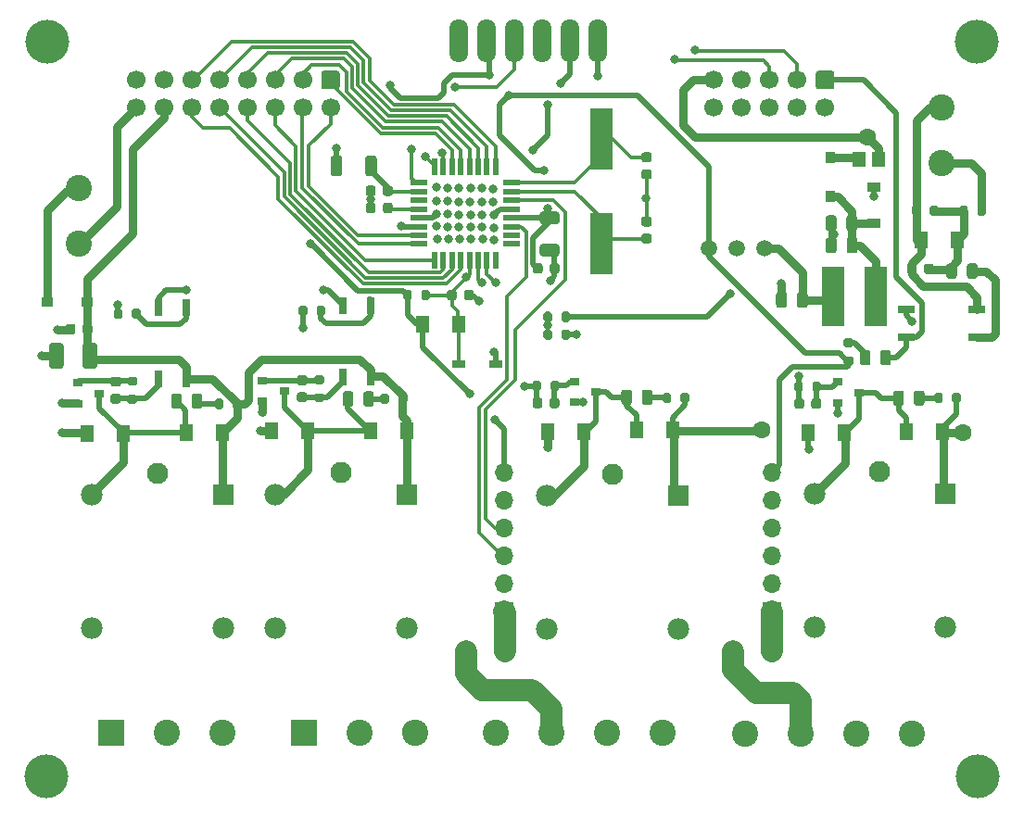
<source format=gbr>
%TF.GenerationSoftware,KiCad,Pcbnew,(5.1.10)-1*%
%TF.CreationDate,2021-12-03T15:52:50+05:30*%
%TF.ProjectId,Relay Board 2.0,52656c61-7920-4426-9f61-726420322e30,rev?*%
%TF.SameCoordinates,Original*%
%TF.FileFunction,Copper,L1,Top*%
%TF.FilePolarity,Positive*%
%FSLAX46Y46*%
G04 Gerber Fmt 4.6, Leading zero omitted, Abs format (unit mm)*
G04 Created by KiCad (PCBNEW (5.1.10)-1) date 2021-12-03 15:52:50*
%MOMM*%
%LPD*%
G01*
G04 APERTURE LIST*
%TA.AperFunction,SMDPad,CuDef*%
%ADD10R,1.200000X0.900000*%
%TD*%
%TA.AperFunction,ComponentPad*%
%ADD11C,4.000000*%
%TD*%
%TA.AperFunction,ComponentPad*%
%ADD12C,1.980000*%
%TD*%
%TA.AperFunction,ComponentPad*%
%ADD13C,1.935000*%
%TD*%
%TA.AperFunction,ComponentPad*%
%ADD14R,1.980000X1.980000*%
%TD*%
%TA.AperFunction,ComponentPad*%
%ADD15C,1.700000*%
%TD*%
%TA.AperFunction,ComponentPad*%
%ADD16O,1.700000X4.000000*%
%TD*%
%TA.AperFunction,ComponentPad*%
%ADD17C,2.400000*%
%TD*%
%TA.AperFunction,ComponentPad*%
%ADD18R,2.400000X2.400000*%
%TD*%
%TA.AperFunction,SMDPad,CuDef*%
%ADD19R,2.100000X5.600000*%
%TD*%
%TA.AperFunction,SMDPad,CuDef*%
%ADD20R,1.550000X0.700000*%
%TD*%
%TA.AperFunction,SMDPad,CuDef*%
%ADD21R,0.700000X1.550000*%
%TD*%
%TA.AperFunction,SMDPad,CuDef*%
%ADD22R,1.150000X1.470000*%
%TD*%
%TA.AperFunction,SMDPad,CuDef*%
%ADD23R,0.900000X0.800000*%
%TD*%
%TA.AperFunction,ComponentPad*%
%ADD24C,1.500000*%
%TD*%
%TA.AperFunction,SMDPad,CuDef*%
%ADD25R,2.150000X5.500000*%
%TD*%
%TA.AperFunction,ComponentPad*%
%ADD26O,1.700000X1.700000*%
%TD*%
%TA.AperFunction,ComponentPad*%
%ADD27R,1.700000X1.700000*%
%TD*%
%TA.AperFunction,SMDPad,CuDef*%
%ADD28R,0.600000X1.500000*%
%TD*%
%TA.AperFunction,SMDPad,CuDef*%
%ADD29R,1.500000X0.600000*%
%TD*%
%TA.AperFunction,SMDPad,CuDef*%
%ADD30R,1.200000X0.750000*%
%TD*%
%TA.AperFunction,SMDPad,CuDef*%
%ADD31R,1.150000X1.650000*%
%TD*%
%TA.AperFunction,SMDPad,CuDef*%
%ADD32R,0.850000X1.050000*%
%TD*%
%TA.AperFunction,SMDPad,CuDef*%
%ADD33R,1.050000X0.850000*%
%TD*%
%TA.AperFunction,ViaPad*%
%ADD34C,0.800000*%
%TD*%
%TA.AperFunction,ViaPad*%
%ADD35C,1.600000*%
%TD*%
%TA.AperFunction,Conductor*%
%ADD36C,0.300000*%
%TD*%
%TA.AperFunction,Conductor*%
%ADD37C,0.500000*%
%TD*%
%TA.AperFunction,Conductor*%
%ADD38C,0.800000*%
%TD*%
%TA.AperFunction,Conductor*%
%ADD39C,2.000000*%
%TD*%
%TA.AperFunction,Conductor*%
%ADD40C,0.250000*%
%TD*%
G04 APERTURE END LIST*
D10*
%TO.P,D22,2*%
%TO.N,GND*%
X178041300Y-62662800D03*
%TO.P,D22,1*%
%TO.N,Net-(C7-Pad1)*%
X178041300Y-65962800D03*
%TD*%
%TO.P,C17,2*%
%TO.N,GND1*%
%TA.AperFunction,SMDPad,CuDef*%
G36*
G01*
X104013500Y-77179998D02*
X104013500Y-79030002D01*
G75*
G02*
X103763502Y-79280000I-249998J0D01*
G01*
X102938498Y-79280000D01*
G75*
G02*
X102688500Y-79030002I0J249998D01*
G01*
X102688500Y-77179998D01*
G75*
G02*
X102938498Y-76930000I249998J0D01*
G01*
X103763502Y-76930000D01*
G75*
G02*
X104013500Y-77179998I0J-249998D01*
G01*
G37*
%TD.AperFunction*%
%TO.P,C17,1*%
%TO.N,/External_12V*%
%TA.AperFunction,SMDPad,CuDef*%
G36*
G01*
X107088500Y-77179998D02*
X107088500Y-79030002D01*
G75*
G02*
X106838502Y-79280000I-249998J0D01*
G01*
X106013498Y-79280000D01*
G75*
G02*
X105763500Y-79030002I0J249998D01*
G01*
X105763500Y-77179998D01*
G75*
G02*
X106013498Y-76930000I249998J0D01*
G01*
X106838502Y-76930000D01*
G75*
G02*
X107088500Y-77179998I0J-249998D01*
G01*
G37*
%TD.AperFunction*%
%TD*%
%TO.P,D8,2*%
%TO.N,Net-(D8-Pad2)*%
%TA.AperFunction,SMDPad,CuDef*%
G36*
G01*
X131399700Y-82510950D02*
X131399700Y-81598450D01*
G75*
G02*
X131643450Y-81354700I243750J0D01*
G01*
X132130950Y-81354700D01*
G75*
G02*
X132374700Y-81598450I0J-243750D01*
G01*
X132374700Y-82510950D01*
G75*
G02*
X132130950Y-82754700I-243750J0D01*
G01*
X131643450Y-82754700D01*
G75*
G02*
X131399700Y-82510950I0J243750D01*
G01*
G37*
%TD.AperFunction*%
%TO.P,D8,1*%
%TO.N,Net-(D11-Pad2)*%
%TA.AperFunction,SMDPad,CuDef*%
G36*
G01*
X129524700Y-82510950D02*
X129524700Y-81598450D01*
G75*
G02*
X129768450Y-81354700I243750J0D01*
G01*
X130255950Y-81354700D01*
G75*
G02*
X130499700Y-81598450I0J-243750D01*
G01*
X130499700Y-82510950D01*
G75*
G02*
X130255950Y-82754700I-243750J0D01*
G01*
X129768450Y-82754700D01*
G75*
G02*
X129524700Y-82510950I0J243750D01*
G01*
G37*
%TD.AperFunction*%
%TD*%
%TO.P,R13,2*%
%TO.N,+3V3*%
%TA.AperFunction,SMDPad,CuDef*%
G36*
G01*
X175480300Y-78174400D02*
X176030300Y-78174400D01*
G75*
G02*
X176230300Y-78374400I0J-200000D01*
G01*
X176230300Y-78774400D01*
G75*
G02*
X176030300Y-78974400I-200000J0D01*
G01*
X175480300Y-78974400D01*
G75*
G02*
X175280300Y-78774400I0J200000D01*
G01*
X175280300Y-78374400D01*
G75*
G02*
X175480300Y-78174400I200000J0D01*
G01*
G37*
%TD.AperFunction*%
%TO.P,R13,1*%
%TO.N,Net-(D15-Pad2)*%
%TA.AperFunction,SMDPad,CuDef*%
G36*
G01*
X175480300Y-76524400D02*
X176030300Y-76524400D01*
G75*
G02*
X176230300Y-76724400I0J-200000D01*
G01*
X176230300Y-77124400D01*
G75*
G02*
X176030300Y-77324400I-200000J0D01*
G01*
X175480300Y-77324400D01*
G75*
G02*
X175280300Y-77124400I0J200000D01*
G01*
X175280300Y-76724400D01*
G75*
G02*
X175480300Y-76524400I200000J0D01*
G01*
G37*
%TD.AperFunction*%
%TD*%
D11*
%TO.P,H4,1*%
%TO.N,N/C*%
X102440000Y-116570000D03*
%TD*%
%TO.P,H3,1*%
%TO.N,N/C*%
X187520000Y-116530000D03*
%TD*%
%TO.P,H2,1*%
%TO.N,N/C*%
X187460000Y-49430000D03*
%TD*%
%TO.P,H1,1*%
%TO.N,N/C*%
X102490000Y-49420000D03*
%TD*%
%TO.P,C12,2*%
%TO.N,GND*%
%TA.AperFunction,SMDPad,CuDef*%
G36*
G01*
X170120000Y-72535000D02*
X170120000Y-73485000D01*
G75*
G02*
X169870000Y-73735000I-250000J0D01*
G01*
X169370000Y-73735000D01*
G75*
G02*
X169120000Y-73485000I0J250000D01*
G01*
X169120000Y-72535000D01*
G75*
G02*
X169370000Y-72285000I250000J0D01*
G01*
X169870000Y-72285000D01*
G75*
G02*
X170120000Y-72535000I0J-250000D01*
G01*
G37*
%TD.AperFunction*%
%TO.P,C12,1*%
%TO.N,Net-(C12-Pad1)*%
%TA.AperFunction,SMDPad,CuDef*%
G36*
G01*
X172020000Y-72535000D02*
X172020000Y-73485000D01*
G75*
G02*
X171770000Y-73735000I-250000J0D01*
G01*
X171270000Y-73735000D01*
G75*
G02*
X171020000Y-73485000I0J250000D01*
G01*
X171020000Y-72535000D01*
G75*
G02*
X171270000Y-72285000I250000J0D01*
G01*
X171770000Y-72285000D01*
G75*
G02*
X172020000Y-72535000I0J-250000D01*
G01*
G37*
%TD.AperFunction*%
%TD*%
%TO.P,C8,2*%
%TO.N,GND*%
%TA.AperFunction,SMDPad,CuDef*%
G36*
G01*
X174644900Y-65514200D02*
X174644900Y-66464200D01*
G75*
G02*
X174394900Y-66714200I-250000J0D01*
G01*
X173894900Y-66714200D01*
G75*
G02*
X173644900Y-66464200I0J250000D01*
G01*
X173644900Y-65514200D01*
G75*
G02*
X173894900Y-65264200I250000J0D01*
G01*
X174394900Y-65264200D01*
G75*
G02*
X174644900Y-65514200I0J-250000D01*
G01*
G37*
%TD.AperFunction*%
%TO.P,C8,1*%
%TO.N,Net-(C7-Pad1)*%
%TA.AperFunction,SMDPad,CuDef*%
G36*
G01*
X176544900Y-65514200D02*
X176544900Y-66464200D01*
G75*
G02*
X176294900Y-66714200I-250000J0D01*
G01*
X175794900Y-66714200D01*
G75*
G02*
X175544900Y-66464200I0J250000D01*
G01*
X175544900Y-65514200D01*
G75*
G02*
X175794900Y-65264200I250000J0D01*
G01*
X176294900Y-65264200D01*
G75*
G02*
X176544900Y-65514200I0J-250000D01*
G01*
G37*
%TD.AperFunction*%
%TD*%
%TO.P,C7,2*%
%TO.N,GND*%
%TA.AperFunction,SMDPad,CuDef*%
G36*
G01*
X174657600Y-67546200D02*
X174657600Y-68496200D01*
G75*
G02*
X174407600Y-68746200I-250000J0D01*
G01*
X173907600Y-68746200D01*
G75*
G02*
X173657600Y-68496200I0J250000D01*
G01*
X173657600Y-67546200D01*
G75*
G02*
X173907600Y-67296200I250000J0D01*
G01*
X174407600Y-67296200D01*
G75*
G02*
X174657600Y-67546200I0J-250000D01*
G01*
G37*
%TD.AperFunction*%
%TO.P,C7,1*%
%TO.N,Net-(C7-Pad1)*%
%TA.AperFunction,SMDPad,CuDef*%
G36*
G01*
X176557600Y-67546200D02*
X176557600Y-68496200D01*
G75*
G02*
X176307600Y-68746200I-250000J0D01*
G01*
X175807600Y-68746200D01*
G75*
G02*
X175557600Y-68496200I0J250000D01*
G01*
X175557600Y-67546200D01*
G75*
G02*
X175807600Y-67296200I250000J0D01*
G01*
X176307600Y-67296200D01*
G75*
G02*
X176557600Y-67546200I0J-250000D01*
G01*
G37*
%TD.AperFunction*%
%TD*%
D12*
%TO.P,K3,NC*%
%TO.N,Net-(J4-Pad3)*%
X135360000Y-103000000D03*
%TO.P,K3,NO*%
%TO.N,Net-(J4-Pad1)*%
X123360000Y-103000000D03*
%TO.P,K3,A2*%
%TO.N,Net-(D11-Pad2)*%
X123360000Y-90800000D03*
D13*
%TO.P,K3,COM*%
%TO.N,Net-(J4-Pad2)*%
X129360000Y-88800000D03*
D14*
%TO.P,K3,A1*%
%TO.N,/External_12V*%
X135360000Y-90800000D03*
%TD*%
D15*
%TO.P,J11,10*%
%TO.N,GND*%
X163440000Y-55440000D03*
%TO.P,J11,8*%
%TO.N,/RELAY4*%
X165980000Y-55440000D03*
%TO.P,J11,6*%
%TO.N,/RELAY3*%
X168520000Y-55440000D03*
%TO.P,J11,4*%
%TO.N,/RELAY2*%
X171060000Y-55440000D03*
%TO.P,J11,2*%
%TO.N,/RELAY1*%
X173600000Y-55440000D03*
%TO.P,J11,9*%
%TO.N,/12V*%
X163440000Y-52900000D03*
%TO.P,J11,7*%
%TO.N,GND*%
X165980000Y-52900000D03*
%TO.P,J11,5*%
%TO.N,/TXD*%
X168520000Y-52900000D03*
%TO.P,J11,3*%
%TO.N,/RXD*%
X171060000Y-52900000D03*
%TO.P,J11,1*%
%TO.N,/IN1*%
%TA.AperFunction,ComponentPad*%
G36*
G01*
X173000000Y-52050000D02*
X174200000Y-52050000D01*
G75*
G02*
X174450000Y-52300000I0J-250000D01*
G01*
X174450000Y-53500000D01*
G75*
G02*
X174200000Y-53750000I-250000J0D01*
G01*
X173000000Y-53750000D01*
G75*
G02*
X172750000Y-53500000I0J250000D01*
G01*
X172750000Y-52300000D01*
G75*
G02*
X173000000Y-52050000I250000J0D01*
G01*
G37*
%TD.AperFunction*%
%TD*%
%TO.P,C14,2*%
%TO.N,GND*%
%TA.AperFunction,SMDPad,CuDef*%
G36*
G01*
X140595000Y-72810000D02*
X140595000Y-72310000D01*
G75*
G02*
X140820000Y-72085000I225000J0D01*
G01*
X141270000Y-72085000D01*
G75*
G02*
X141495000Y-72310000I0J-225000D01*
G01*
X141495000Y-72810000D01*
G75*
G02*
X141270000Y-73035000I-225000J0D01*
G01*
X140820000Y-73035000D01*
G75*
G02*
X140595000Y-72810000I0J225000D01*
G01*
G37*
%TD.AperFunction*%
%TO.P,C14,1*%
%TO.N,/RSB*%
%TA.AperFunction,SMDPad,CuDef*%
G36*
G01*
X139045000Y-72810000D02*
X139045000Y-72310000D01*
G75*
G02*
X139270000Y-72085000I225000J0D01*
G01*
X139720000Y-72085000D01*
G75*
G02*
X139945000Y-72310000I0J-225000D01*
G01*
X139945000Y-72810000D01*
G75*
G02*
X139720000Y-73035000I-225000J0D01*
G01*
X139270000Y-73035000D01*
G75*
G02*
X139045000Y-72810000I0J225000D01*
G01*
G37*
%TD.AperFunction*%
%TD*%
D16*
%TO.P,J10,6*%
%TO.N,GND*%
X152789600Y-49330000D03*
%TO.P,J10,5*%
%TO.N,/RSB*%
X150249600Y-49330000D03*
%TO.P,J10,4*%
%TO.N,/MOSI*%
X147709600Y-49330000D03*
%TO.P,J10,3*%
%TO.N,/SCK*%
X145169600Y-49330000D03*
%TO.P,J10,2*%
%TO.N,+3V3*%
X142629600Y-49330000D03*
%TO.P,J10,1*%
%TO.N,/MISO*%
X140089600Y-49330000D03*
%TD*%
D17*
%TO.P,J5,3*%
%TO.N,Net-(J5-Pad3)*%
X118560000Y-112600000D03*
%TO.P,J5,2*%
%TO.N,Net-(J5-Pad2)*%
X113480000Y-112600000D03*
D18*
%TO.P,J5,1*%
%TO.N,Net-(J5-Pad1)*%
X108400000Y-112600000D03*
%TD*%
D17*
%TO.P,J4,3*%
%TO.N,Net-(J4-Pad3)*%
X136110000Y-112600000D03*
%TO.P,J4,2*%
%TO.N,Net-(J4-Pad2)*%
X131030000Y-112600000D03*
D18*
%TO.P,J4,1*%
%TO.N,Net-(J4-Pad1)*%
X125950000Y-112600000D03*
%TD*%
D19*
%TO.P,Y1,2*%
%TO.N,Net-(C10-Pad1)*%
X153170000Y-58330000D03*
%TO.P,Y1,1*%
%TO.N,Net-(C9-Pad1)*%
X153170000Y-67830000D03*
%TD*%
D20*
%TO.P,U3,4*%
%TO.N,/IN1*%
X180990000Y-76430000D03*
%TO.P,U3,3*%
%TO.N,GND*%
X180990000Y-73890000D03*
%TO.P,U3,2*%
%TO.N,Net-(C5-Pad2)*%
X187490000Y-73890000D03*
%TO.P,U3,1*%
%TO.N,Net-(D10-Pad1)*%
X187490000Y-76430000D03*
%TD*%
D21*
%TO.P,U2,4*%
%TO.N,/External_12V*%
X115190000Y-80200000D03*
%TO.P,U2,3*%
%TO.N,Net-(C4-Pad2)*%
X112650000Y-80200000D03*
%TO.P,U2,2*%
%TO.N,GND*%
X112650000Y-73700000D03*
%TO.P,U2,1*%
%TO.N,Net-(R2-Pad2)*%
X115190000Y-73700000D03*
%TD*%
%TO.P,U1,4*%
%TO.N,/External_12V*%
X132090000Y-80021500D03*
%TO.P,U1,3*%
%TO.N,Net-(C3-Pad2)*%
X129550000Y-80021500D03*
%TO.P,U1,2*%
%TO.N,GND*%
X129550000Y-73521500D03*
%TO.P,U1,1*%
%TO.N,Net-(R1-Pad2)*%
X132090000Y-73521500D03*
%TD*%
D22*
%TO.P,RT1,2*%
%TO.N,/12V*%
X178490000Y-60170000D03*
%TO.P,RT1,1*%
%TO.N,Net-(D19-Pad2)*%
X176730000Y-60170000D03*
%TD*%
%TO.P,R16,2*%
%TO.N,/RSB*%
%TA.AperFunction,SMDPad,CuDef*%
G36*
G01*
X136695000Y-72835000D02*
X136695000Y-72285000D01*
G75*
G02*
X136895000Y-72085000I200000J0D01*
G01*
X137295000Y-72085000D01*
G75*
G02*
X137495000Y-72285000I0J-200000D01*
G01*
X137495000Y-72835000D01*
G75*
G02*
X137295000Y-73035000I-200000J0D01*
G01*
X136895000Y-73035000D01*
G75*
G02*
X136695000Y-72835000I0J200000D01*
G01*
G37*
%TD.AperFunction*%
%TO.P,R16,1*%
%TO.N,+3V3*%
%TA.AperFunction,SMDPad,CuDef*%
G36*
G01*
X135045000Y-72835000D02*
X135045000Y-72285000D01*
G75*
G02*
X135245000Y-72085000I200000J0D01*
G01*
X135645000Y-72085000D01*
G75*
G02*
X135845000Y-72285000I0J-200000D01*
G01*
X135845000Y-72835000D01*
G75*
G02*
X135645000Y-73035000I-200000J0D01*
G01*
X135245000Y-73035000D01*
G75*
G02*
X135045000Y-72835000I0J200000D01*
G01*
G37*
%TD.AperFunction*%
%TD*%
%TO.P,R15,2*%
%TO.N,GND*%
%TA.AperFunction,SMDPad,CuDef*%
G36*
G01*
X149515000Y-76445000D02*
X149515000Y-75895000D01*
G75*
G02*
X149715000Y-75695000I200000J0D01*
G01*
X150115000Y-75695000D01*
G75*
G02*
X150315000Y-75895000I0J-200000D01*
G01*
X150315000Y-76445000D01*
G75*
G02*
X150115000Y-76645000I-200000J0D01*
G01*
X149715000Y-76645000D01*
G75*
G02*
X149515000Y-76445000I0J200000D01*
G01*
G37*
%TD.AperFunction*%
%TO.P,R15,1*%
%TO.N,/Vin*%
%TA.AperFunction,SMDPad,CuDef*%
G36*
G01*
X147865000Y-76445000D02*
X147865000Y-75895000D01*
G75*
G02*
X148065000Y-75695000I200000J0D01*
G01*
X148465000Y-75695000D01*
G75*
G02*
X148665000Y-75895000I0J-200000D01*
G01*
X148665000Y-76445000D01*
G75*
G02*
X148465000Y-76645000I-200000J0D01*
G01*
X148065000Y-76645000D01*
G75*
G02*
X147865000Y-76445000I0J200000D01*
G01*
G37*
%TD.AperFunction*%
%TD*%
%TO.P,R14,2*%
%TO.N,/Vin*%
%TA.AperFunction,SMDPad,CuDef*%
G36*
G01*
X148655000Y-74275000D02*
X148655000Y-74825000D01*
G75*
G02*
X148455000Y-75025000I-200000J0D01*
G01*
X148055000Y-75025000D01*
G75*
G02*
X147855000Y-74825000I0J200000D01*
G01*
X147855000Y-74275000D01*
G75*
G02*
X148055000Y-74075000I200000J0D01*
G01*
X148455000Y-74075000D01*
G75*
G02*
X148655000Y-74275000I0J-200000D01*
G01*
G37*
%TD.AperFunction*%
%TO.P,R14,1*%
%TO.N,Net-(C12-Pad1)*%
%TA.AperFunction,SMDPad,CuDef*%
G36*
G01*
X150305000Y-74275000D02*
X150305000Y-74825000D01*
G75*
G02*
X150105000Y-75025000I-200000J0D01*
G01*
X149705000Y-75025000D01*
G75*
G02*
X149505000Y-74825000I0J200000D01*
G01*
X149505000Y-74275000D01*
G75*
G02*
X149705000Y-74075000I200000J0D01*
G01*
X150105000Y-74075000D01*
G75*
G02*
X150305000Y-74275000I0J-200000D01*
G01*
G37*
%TD.AperFunction*%
%TD*%
%TO.P,R12,2*%
%TO.N,/External_12V*%
%TA.AperFunction,SMDPad,CuDef*%
G36*
G01*
X119455000Y-82785000D02*
X119455000Y-82235000D01*
G75*
G02*
X119655000Y-82035000I200000J0D01*
G01*
X120055000Y-82035000D01*
G75*
G02*
X120255000Y-82235000I0J-200000D01*
G01*
X120255000Y-82785000D01*
G75*
G02*
X120055000Y-82985000I-200000J0D01*
G01*
X119655000Y-82985000D01*
G75*
G02*
X119455000Y-82785000I0J200000D01*
G01*
G37*
%TD.AperFunction*%
%TO.P,R12,1*%
%TO.N,Net-(D9-Pad2)*%
%TA.AperFunction,SMDPad,CuDef*%
G36*
G01*
X117805000Y-82785000D02*
X117805000Y-82235000D01*
G75*
G02*
X118005000Y-82035000I200000J0D01*
G01*
X118405000Y-82035000D01*
G75*
G02*
X118605000Y-82235000I0J-200000D01*
G01*
X118605000Y-82785000D01*
G75*
G02*
X118405000Y-82985000I-200000J0D01*
G01*
X118005000Y-82985000D01*
G75*
G02*
X117805000Y-82785000I0J200000D01*
G01*
G37*
%TD.AperFunction*%
%TD*%
%TO.P,R11,2*%
%TO.N,/External_12V*%
%TA.AperFunction,SMDPad,CuDef*%
G36*
G01*
X134613200Y-82317000D02*
X134613200Y-81767000D01*
G75*
G02*
X134813200Y-81567000I200000J0D01*
G01*
X135213200Y-81567000D01*
G75*
G02*
X135413200Y-81767000I0J-200000D01*
G01*
X135413200Y-82317000D01*
G75*
G02*
X135213200Y-82517000I-200000J0D01*
G01*
X134813200Y-82517000D01*
G75*
G02*
X134613200Y-82317000I0J200000D01*
G01*
G37*
%TD.AperFunction*%
%TO.P,R11,1*%
%TO.N,Net-(D8-Pad2)*%
%TA.AperFunction,SMDPad,CuDef*%
G36*
G01*
X132963200Y-82317000D02*
X132963200Y-81767000D01*
G75*
G02*
X133163200Y-81567000I200000J0D01*
G01*
X133563200Y-81567000D01*
G75*
G02*
X133763200Y-81767000I0J-200000D01*
G01*
X133763200Y-82317000D01*
G75*
G02*
X133563200Y-82517000I-200000J0D01*
G01*
X133163200Y-82517000D01*
G75*
G02*
X132963200Y-82317000I0J200000D01*
G01*
G37*
%TD.AperFunction*%
%TD*%
%TO.P,R10,2*%
%TO.N,Net-(C4-Pad1)*%
%TA.AperFunction,SMDPad,CuDef*%
G36*
G01*
X110585000Y-80829600D02*
X110035000Y-80829600D01*
G75*
G02*
X109835000Y-80629600I0J200000D01*
G01*
X109835000Y-80229600D01*
G75*
G02*
X110035000Y-80029600I200000J0D01*
G01*
X110585000Y-80029600D01*
G75*
G02*
X110785000Y-80229600I0J-200000D01*
G01*
X110785000Y-80629600D01*
G75*
G02*
X110585000Y-80829600I-200000J0D01*
G01*
G37*
%TD.AperFunction*%
%TO.P,R10,1*%
%TO.N,Net-(C4-Pad2)*%
%TA.AperFunction,SMDPad,CuDef*%
G36*
G01*
X110585000Y-82479600D02*
X110035000Y-82479600D01*
G75*
G02*
X109835000Y-82279600I0J200000D01*
G01*
X109835000Y-81879600D01*
G75*
G02*
X110035000Y-81679600I200000J0D01*
G01*
X110585000Y-81679600D01*
G75*
G02*
X110785000Y-81879600I0J-200000D01*
G01*
X110785000Y-82279600D01*
G75*
G02*
X110585000Y-82479600I-200000J0D01*
G01*
G37*
%TD.AperFunction*%
%TD*%
%TO.P,R9,2*%
%TO.N,Net-(C3-Pad1)*%
%TA.AperFunction,SMDPad,CuDef*%
G36*
G01*
X127655000Y-80695000D02*
X127105000Y-80695000D01*
G75*
G02*
X126905000Y-80495000I0J200000D01*
G01*
X126905000Y-80095000D01*
G75*
G02*
X127105000Y-79895000I200000J0D01*
G01*
X127655000Y-79895000D01*
G75*
G02*
X127855000Y-80095000I0J-200000D01*
G01*
X127855000Y-80495000D01*
G75*
G02*
X127655000Y-80695000I-200000J0D01*
G01*
G37*
%TD.AperFunction*%
%TO.P,R9,1*%
%TO.N,Net-(C3-Pad2)*%
%TA.AperFunction,SMDPad,CuDef*%
G36*
G01*
X127655000Y-82345000D02*
X127105000Y-82345000D01*
G75*
G02*
X126905000Y-82145000I0J200000D01*
G01*
X126905000Y-81745000D01*
G75*
G02*
X127105000Y-81545000I200000J0D01*
G01*
X127655000Y-81545000D01*
G75*
G02*
X127855000Y-81745000I0J-200000D01*
G01*
X127855000Y-82145000D01*
G75*
G02*
X127655000Y-82345000I-200000J0D01*
G01*
G37*
%TD.AperFunction*%
%TD*%
%TO.P,R8,2*%
%TO.N,Net-(C5-Pad2)*%
%TA.AperFunction,SMDPad,CuDef*%
G36*
G01*
X182315000Y-64565000D02*
X182315000Y-65115000D01*
G75*
G02*
X182115000Y-65315000I-200000J0D01*
G01*
X181715000Y-65315000D01*
G75*
G02*
X181515000Y-65115000I0J200000D01*
G01*
X181515000Y-64565000D01*
G75*
G02*
X181715000Y-64365000I200000J0D01*
G01*
X182115000Y-64365000D01*
G75*
G02*
X182315000Y-64565000I0J-200000D01*
G01*
G37*
%TD.AperFunction*%
%TO.P,R8,1*%
%TO.N,Net-(C5-Pad1)*%
%TA.AperFunction,SMDPad,CuDef*%
G36*
G01*
X183965000Y-64565000D02*
X183965000Y-65115000D01*
G75*
G02*
X183765000Y-65315000I-200000J0D01*
G01*
X183365000Y-65315000D01*
G75*
G02*
X183165000Y-65115000I0J200000D01*
G01*
X183165000Y-64565000D01*
G75*
G02*
X183365000Y-64365000I200000J0D01*
G01*
X183765000Y-64365000D01*
G75*
G02*
X183965000Y-64565000I0J-200000D01*
G01*
G37*
%TD.AperFunction*%
%TD*%
%TO.P,R7,2*%
%TO.N,Net-(J1-Pad2)*%
%TA.AperFunction,SMDPad,CuDef*%
G36*
G01*
X187495000Y-65125000D02*
X187495000Y-64575000D01*
G75*
G02*
X187695000Y-64375000I200000J0D01*
G01*
X188095000Y-64375000D01*
G75*
G02*
X188295000Y-64575000I0J-200000D01*
G01*
X188295000Y-65125000D01*
G75*
G02*
X188095000Y-65325000I-200000J0D01*
G01*
X187695000Y-65325000D01*
G75*
G02*
X187495000Y-65125000I0J200000D01*
G01*
G37*
%TD.AperFunction*%
%TO.P,R7,1*%
%TO.N,Net-(C5-Pad1)*%
%TA.AperFunction,SMDPad,CuDef*%
G36*
G01*
X185845000Y-65125000D02*
X185845000Y-64575000D01*
G75*
G02*
X186045000Y-64375000I200000J0D01*
G01*
X186445000Y-64375000D01*
G75*
G02*
X186645000Y-64575000I0J-200000D01*
G01*
X186645000Y-65125000D01*
G75*
G02*
X186445000Y-65325000I-200000J0D01*
G01*
X186045000Y-65325000D01*
G75*
G02*
X185845000Y-65125000I0J200000D01*
G01*
G37*
%TD.AperFunction*%
%TD*%
%TO.P,R6,2*%
%TO.N,/12V*%
%TA.AperFunction,SMDPad,CuDef*%
G36*
G01*
X185195000Y-82235000D02*
X185195000Y-81685000D01*
G75*
G02*
X185395000Y-81485000I200000J0D01*
G01*
X185795000Y-81485000D01*
G75*
G02*
X185995000Y-81685000I0J-200000D01*
G01*
X185995000Y-82235000D01*
G75*
G02*
X185795000Y-82435000I-200000J0D01*
G01*
X185395000Y-82435000D01*
G75*
G02*
X185195000Y-82235000I0J200000D01*
G01*
G37*
%TD.AperFunction*%
%TO.P,R6,1*%
%TO.N,Net-(D2-Pad2)*%
%TA.AperFunction,SMDPad,CuDef*%
G36*
G01*
X183545000Y-82235000D02*
X183545000Y-81685000D01*
G75*
G02*
X183745000Y-81485000I200000J0D01*
G01*
X184145000Y-81485000D01*
G75*
G02*
X184345000Y-81685000I0J-200000D01*
G01*
X184345000Y-82235000D01*
G75*
G02*
X184145000Y-82435000I-200000J0D01*
G01*
X183745000Y-82435000D01*
G75*
G02*
X183545000Y-82235000I0J200000D01*
G01*
G37*
%TD.AperFunction*%
%TD*%
%TO.P,R5,2*%
%TO.N,/12V*%
%TA.AperFunction,SMDPad,CuDef*%
G36*
G01*
X160385000Y-82235000D02*
X160385000Y-81685000D01*
G75*
G02*
X160585000Y-81485000I200000J0D01*
G01*
X160985000Y-81485000D01*
G75*
G02*
X161185000Y-81685000I0J-200000D01*
G01*
X161185000Y-82235000D01*
G75*
G02*
X160985000Y-82435000I-200000J0D01*
G01*
X160585000Y-82435000D01*
G75*
G02*
X160385000Y-82235000I0J200000D01*
G01*
G37*
%TD.AperFunction*%
%TO.P,R5,1*%
%TO.N,Net-(D1-Pad2)*%
%TA.AperFunction,SMDPad,CuDef*%
G36*
G01*
X158735000Y-82235000D02*
X158735000Y-81685000D01*
G75*
G02*
X158935000Y-81485000I200000J0D01*
G01*
X159335000Y-81485000D01*
G75*
G02*
X159535000Y-81685000I0J-200000D01*
G01*
X159535000Y-82235000D01*
G75*
G02*
X159335000Y-82435000I-200000J0D01*
G01*
X158935000Y-82435000D01*
G75*
G02*
X158735000Y-82235000I0J200000D01*
G01*
G37*
%TD.AperFunction*%
%TD*%
%TO.P,R4,2*%
%TO.N,Net-(C2-Pad2)*%
%TA.AperFunction,SMDPad,CuDef*%
G36*
G01*
X172425000Y-81215000D02*
X172425000Y-80665000D01*
G75*
G02*
X172625000Y-80465000I200000J0D01*
G01*
X173025000Y-80465000D01*
G75*
G02*
X173225000Y-80665000I0J-200000D01*
G01*
X173225000Y-81215000D01*
G75*
G02*
X173025000Y-81415000I-200000J0D01*
G01*
X172625000Y-81415000D01*
G75*
G02*
X172425000Y-81215000I0J200000D01*
G01*
G37*
%TD.AperFunction*%
%TO.P,R4,1*%
%TO.N,/RELAY1*%
%TA.AperFunction,SMDPad,CuDef*%
G36*
G01*
X170775000Y-81215000D02*
X170775000Y-80665000D01*
G75*
G02*
X170975000Y-80465000I200000J0D01*
G01*
X171375000Y-80465000D01*
G75*
G02*
X171575000Y-80665000I0J-200000D01*
G01*
X171575000Y-81215000D01*
G75*
G02*
X171375000Y-81415000I-200000J0D01*
G01*
X170975000Y-81415000D01*
G75*
G02*
X170775000Y-81215000I0J200000D01*
G01*
G37*
%TD.AperFunction*%
%TD*%
%TO.P,R3,2*%
%TO.N,Net-(C1-Pad1)*%
%TA.AperFunction,SMDPad,CuDef*%
G36*
G01*
X148505000Y-81125000D02*
X148505000Y-80575000D01*
G75*
G02*
X148705000Y-80375000I200000J0D01*
G01*
X149105000Y-80375000D01*
G75*
G02*
X149305000Y-80575000I0J-200000D01*
G01*
X149305000Y-81125000D01*
G75*
G02*
X149105000Y-81325000I-200000J0D01*
G01*
X148705000Y-81325000D01*
G75*
G02*
X148505000Y-81125000I0J200000D01*
G01*
G37*
%TD.AperFunction*%
%TO.P,R3,1*%
%TO.N,/RELAY2*%
%TA.AperFunction,SMDPad,CuDef*%
G36*
G01*
X146855000Y-81125000D02*
X146855000Y-80575000D01*
G75*
G02*
X147055000Y-80375000I200000J0D01*
G01*
X147455000Y-80375000D01*
G75*
G02*
X147655000Y-80575000I0J-200000D01*
G01*
X147655000Y-81125000D01*
G75*
G02*
X147455000Y-81325000I-200000J0D01*
G01*
X147055000Y-81325000D01*
G75*
G02*
X146855000Y-81125000I0J200000D01*
G01*
G37*
%TD.AperFunction*%
%TD*%
%TO.P,R2,2*%
%TO.N,Net-(R2-Pad2)*%
%TA.AperFunction,SMDPad,CuDef*%
G36*
G01*
X110254600Y-74531900D02*
X110254600Y-73981900D01*
G75*
G02*
X110454600Y-73781900I200000J0D01*
G01*
X110854600Y-73781900D01*
G75*
G02*
X111054600Y-73981900I0J-200000D01*
G01*
X111054600Y-74531900D01*
G75*
G02*
X110854600Y-74731900I-200000J0D01*
G01*
X110454600Y-74731900D01*
G75*
G02*
X110254600Y-74531900I0J200000D01*
G01*
G37*
%TD.AperFunction*%
%TO.P,R2,1*%
%TO.N,/RELAY4*%
%TA.AperFunction,SMDPad,CuDef*%
G36*
G01*
X108604600Y-74531900D02*
X108604600Y-73981900D01*
G75*
G02*
X108804600Y-73781900I200000J0D01*
G01*
X109204600Y-73781900D01*
G75*
G02*
X109404600Y-73981900I0J-200000D01*
G01*
X109404600Y-74531900D01*
G75*
G02*
X109204600Y-74731900I-200000J0D01*
G01*
X108804600Y-74731900D01*
G75*
G02*
X108604600Y-74531900I0J200000D01*
G01*
G37*
%TD.AperFunction*%
%TD*%
%TO.P,R1,2*%
%TO.N,Net-(R1-Pad2)*%
%TA.AperFunction,SMDPad,CuDef*%
G36*
G01*
X127132900Y-74277900D02*
X127132900Y-73727900D01*
G75*
G02*
X127332900Y-73527900I200000J0D01*
G01*
X127732900Y-73527900D01*
G75*
G02*
X127932900Y-73727900I0J-200000D01*
G01*
X127932900Y-74277900D01*
G75*
G02*
X127732900Y-74477900I-200000J0D01*
G01*
X127332900Y-74477900D01*
G75*
G02*
X127132900Y-74277900I0J200000D01*
G01*
G37*
%TD.AperFunction*%
%TO.P,R1,1*%
%TO.N,/RELAY3*%
%TA.AperFunction,SMDPad,CuDef*%
G36*
G01*
X125482900Y-74277900D02*
X125482900Y-73727900D01*
G75*
G02*
X125682900Y-73527900I200000J0D01*
G01*
X126082900Y-73527900D01*
G75*
G02*
X126282900Y-73727900I0J-200000D01*
G01*
X126282900Y-74277900D01*
G75*
G02*
X126082900Y-74477900I-200000J0D01*
G01*
X125682900Y-74477900D01*
G75*
G02*
X125482900Y-74277900I0J200000D01*
G01*
G37*
%TD.AperFunction*%
%TD*%
D23*
%TO.P,Q4,3*%
%TO.N,Net-(D13-Pad2)*%
X107290000Y-81534000D03*
%TO.P,Q4,2*%
%TO.N,GND1*%
X105290000Y-82484000D03*
%TO.P,Q4,1*%
%TO.N,Net-(C4-Pad1)*%
X105290000Y-80584000D03*
%TD*%
%TO.P,Q3,3*%
%TO.N,Net-(D11-Pad2)*%
X124200000Y-81310000D03*
%TO.P,Q3,2*%
%TO.N,GND1*%
X122200000Y-82260000D03*
%TO.P,Q3,1*%
%TO.N,Net-(C3-Pad1)*%
X122200000Y-80360000D03*
%TD*%
%TO.P,Q2,3*%
%TO.N,Net-(D2-Pad1)*%
X176710000Y-81460000D03*
%TO.P,Q2,2*%
%TO.N,GND*%
X174710000Y-82410000D03*
%TO.P,Q2,1*%
%TO.N,Net-(C2-Pad2)*%
X174710000Y-80510000D03*
%TD*%
%TO.P,Q1,3*%
%TO.N,Net-(D1-Pad1)*%
X152670000Y-81390000D03*
%TO.P,Q1,2*%
%TO.N,GND*%
X150670000Y-82340000D03*
%TO.P,Q1,1*%
%TO.N,Net-(C1-Pad1)*%
X150670000Y-80440000D03*
%TD*%
D24*
%TO.P,PS1,3*%
%TO.N,+3V3*%
X162950000Y-68265000D03*
%TO.P,PS1,2*%
%TO.N,GND*%
X165490000Y-68265000D03*
%TO.P,PS1,1*%
%TO.N,Net-(C12-Pad1)*%
X168030000Y-68265000D03*
%TD*%
%TO.P,L2,2*%
%TO.N,Net-(C16-Pad1)*%
%TA.AperFunction,SMDPad,CuDef*%
G36*
G01*
X131580600Y-61460001D02*
X131580600Y-60059999D01*
G75*
G02*
X131830599Y-59810000I249999J0D01*
G01*
X132380601Y-59810000D01*
G75*
G02*
X132630600Y-60059999I0J-249999D01*
G01*
X132630600Y-61460001D01*
G75*
G02*
X132380601Y-61710000I-249999J0D01*
G01*
X131830599Y-61710000D01*
G75*
G02*
X131580600Y-61460001I0J249999D01*
G01*
G37*
%TD.AperFunction*%
%TO.P,L2,1*%
%TO.N,+3V3*%
%TA.AperFunction,SMDPad,CuDef*%
G36*
G01*
X128430600Y-61460001D02*
X128430600Y-60059999D01*
G75*
G02*
X128680599Y-59810000I249999J0D01*
G01*
X129230601Y-59810000D01*
G75*
G02*
X129480600Y-60059999I0J-249999D01*
G01*
X129480600Y-61460001D01*
G75*
G02*
X129230601Y-61710000I-249999J0D01*
G01*
X128680599Y-61710000D01*
G75*
G02*
X128430600Y-61460001I0J249999D01*
G01*
G37*
%TD.AperFunction*%
%TD*%
D25*
%TO.P,L1,2*%
%TO.N,Net-(C12-Pad1)*%
X174363700Y-72656700D03*
%TO.P,L1,1*%
%TO.N,Net-(C7-Pad1)*%
X178213700Y-72656700D03*
%TD*%
D12*
%TO.P,K4,NC*%
%TO.N,Net-(J5-Pad3)*%
X118600000Y-103020000D03*
%TO.P,K4,NO*%
%TO.N,Net-(J5-Pad1)*%
X106600000Y-103020000D03*
%TO.P,K4,A2*%
%TO.N,Net-(D13-Pad2)*%
X106600000Y-90820000D03*
D13*
%TO.P,K4,COM*%
%TO.N,Net-(J5-Pad2)*%
X112600000Y-88820000D03*
D14*
%TO.P,K4,A1*%
%TO.N,/External_12V*%
X118600000Y-90820000D03*
%TD*%
D12*
%TO.P,K2,NC*%
%TO.N,Net-(J3-Pad3)*%
X184600000Y-102910000D03*
%TO.P,K2,NO*%
%TO.N,Net-(J3-Pad1)*%
X172600000Y-102910000D03*
%TO.P,K2,A2*%
%TO.N,Net-(D2-Pad1)*%
X172600000Y-90710000D03*
D13*
%TO.P,K2,COM*%
%TO.N,/Vin-_2*%
X178600000Y-88710000D03*
D14*
%TO.P,K2,A1*%
%TO.N,/12V*%
X184600000Y-90710000D03*
%TD*%
D12*
%TO.P,K1,NC*%
%TO.N,Net-(J2-Pad3)*%
X160200000Y-103100000D03*
%TO.P,K1,NO*%
%TO.N,Net-(J2-Pad1)*%
X148200000Y-103100000D03*
%TO.P,K1,A2*%
%TO.N,Net-(D1-Pad1)*%
X148200000Y-90900000D03*
D13*
%TO.P,K1,COM*%
%TO.N,/Vin-_1*%
X154200000Y-88900000D03*
D14*
%TO.P,K1,A1*%
%TO.N,/12V*%
X160200000Y-90900000D03*
%TD*%
D26*
%TO.P,J9,6*%
%TO.N,+3V3*%
X168700000Y-88800000D03*
%TO.P,J9,5*%
%TO.N,GND*%
X168700000Y-91340000D03*
%TO.P,J9,4*%
%TO.N,/SCL*%
X168700000Y-93880000D03*
%TO.P,J9,3*%
%TO.N,/SDA*%
X168700000Y-96420000D03*
%TO.P,J9,2*%
%TO.N,/Vin-_2*%
X168700000Y-98960000D03*
D27*
%TO.P,J9,1*%
%TO.N,/Vin+_2*%
X168700000Y-101500000D03*
%TD*%
D26*
%TO.P,J8,6*%
%TO.N,+3V3*%
X144300000Y-88800000D03*
%TO.P,J8,5*%
%TO.N,GND*%
X144300000Y-91340000D03*
%TO.P,J8,4*%
%TO.N,/SCL*%
X144300000Y-93880000D03*
%TO.P,J8,3*%
%TO.N,/SDA*%
X144300000Y-96420000D03*
%TO.P,J8,2*%
%TO.N,/Vin-_1*%
X144300000Y-98960000D03*
D27*
%TO.P,J8,1*%
%TO.N,/Vin+_1*%
X144300000Y-101500000D03*
%TD*%
D15*
%TO.P,J7,16*%
%TO.N,GND1*%
X110620000Y-55440000D03*
%TO.P,J7,14*%
%TO.N,/External_12V*%
X113160000Y-55440000D03*
%TO.P,J7,12*%
%TO.N,/IO-12*%
X115700000Y-55440000D03*
%TO.P,J7,10*%
%TO.N,/IO-11*%
X118240000Y-55440000D03*
%TO.P,J7,8*%
%TO.N,/IO-10*%
X120780000Y-55440000D03*
%TO.P,J7,6*%
%TO.N,/IO-9*%
X123320000Y-55440000D03*
%TO.P,J7,4*%
%TO.N,/IO-8*%
X125860000Y-55440000D03*
%TO.P,J7,2*%
%TO.N,/IO-7*%
X128400000Y-55440000D03*
%TO.P,J7,15*%
%TO.N,GND*%
X110620000Y-52900000D03*
%TO.P,J7,13*%
%TO.N,+3V3*%
X113160000Y-52900000D03*
%TO.P,J7,11*%
%TO.N,/IO-1*%
X115700000Y-52900000D03*
%TO.P,J7,9*%
%TO.N,/IO-2*%
X118240000Y-52900000D03*
%TO.P,J7,7*%
%TO.N,/IO-3*%
X120780000Y-52900000D03*
%TO.P,J7,5*%
%TO.N,/IO-4*%
X123320000Y-52900000D03*
%TO.P,J7,3*%
%TO.N,/IO-5*%
X125860000Y-52900000D03*
%TO.P,J7,1*%
%TO.N,/IO-6*%
%TA.AperFunction,ComponentPad*%
G36*
G01*
X127800000Y-52050000D02*
X129000000Y-52050000D01*
G75*
G02*
X129250000Y-52300000I0J-250000D01*
G01*
X129250000Y-53500000D01*
G75*
G02*
X129000000Y-53750000I-250000J0D01*
G01*
X127800000Y-53750000D01*
G75*
G02*
X127550000Y-53500000I0J250000D01*
G01*
X127550000Y-52300000D01*
G75*
G02*
X127800000Y-52050000I250000J0D01*
G01*
G37*
%TD.AperFunction*%
%TD*%
D17*
%TO.P,J6,2*%
%TO.N,GND1*%
X105380000Y-67868800D03*
%TO.P,J6,1*%
%TO.N,Net-(D18-Pad2)*%
X105380000Y-62788800D03*
%TD*%
%TO.P,J3,4*%
%TO.N,GND*%
X181540000Y-112620000D03*
%TO.P,J3,3*%
%TO.N,Net-(J3-Pad3)*%
X176460000Y-112620000D03*
%TO.P,J3,2*%
%TO.N,Net-(D17-Pad2)*%
X171380000Y-112620000D03*
%TO.P,J3,1*%
%TO.N,Net-(J3-Pad1)*%
X166300000Y-112620000D03*
%TD*%
%TO.P,J2,4*%
%TO.N,GND*%
X158740000Y-112600000D03*
%TO.P,J2,3*%
%TO.N,Net-(J2-Pad3)*%
X153660000Y-112600000D03*
%TO.P,J2,2*%
%TO.N,Net-(D16-Pad2)*%
X148580000Y-112600000D03*
%TO.P,J2,1*%
%TO.N,Net-(J2-Pad1)*%
X143500000Y-112600000D03*
%TD*%
%TO.P,J1,2*%
%TO.N,Net-(J1-Pad2)*%
X184210000Y-60490000D03*
%TO.P,J1,1*%
%TO.N,Net-(C5-Pad2)*%
X184210000Y-55410000D03*
%TD*%
D28*
%TO.P,IC1,32*%
%TO.N,Net-(IC1-Pad32)*%
X143500000Y-69350000D03*
%TO.P,IC1,31*%
%TO.N,/TXD*%
X142700000Y-69350000D03*
%TO.P,IC1,30*%
%TO.N,/RXD*%
X141900000Y-69350000D03*
%TO.P,IC1,29*%
%TO.N,/RSB*%
X141100000Y-69350000D03*
%TO.P,IC1,28*%
%TO.N,/IO-12*%
X140300000Y-69350000D03*
%TO.P,IC1,27*%
%TO.N,/IO-11*%
X139500000Y-69350000D03*
%TO.P,IC1,26*%
%TO.N,/IO-10*%
X138700000Y-69350000D03*
%TO.P,IC1,25*%
%TO.N,/IO-9*%
X137900000Y-69350000D03*
D29*
%TO.P,IC1,24*%
%TO.N,/IO-8*%
X136450000Y-67900000D03*
%TO.P,IC1,23*%
%TO.N,/IO-7*%
X136450000Y-67100000D03*
%TO.P,IC1,22*%
%TO.N,/Vin*%
X136450000Y-66300000D03*
%TO.P,IC1,21*%
%TO.N,GND*%
X136450000Y-65500000D03*
%TO.P,IC1,20*%
%TO.N,Net-(C15-Pad2)*%
X136450000Y-64700000D03*
%TO.P,IC1,19*%
%TO.N,Net-(IC1-Pad19)*%
X136450000Y-63900000D03*
%TO.P,IC1,18*%
%TO.N,Net-(C16-Pad1)*%
X136450000Y-63100000D03*
%TO.P,IC1,17*%
%TO.N,/SCK*%
X136450000Y-62300000D03*
D28*
%TO.P,IC1,16*%
%TO.N,/MISO*%
X137900000Y-60850000D03*
%TO.P,IC1,15*%
%TO.N,/MOSI*%
X138700000Y-60850000D03*
%TO.P,IC1,14*%
%TO.N,/IO-6*%
X139500000Y-60850000D03*
%TO.P,IC1,13*%
%TO.N,/IO-5*%
X140300000Y-60850000D03*
%TO.P,IC1,12*%
%TO.N,/IO-4*%
X141100000Y-60850000D03*
%TO.P,IC1,11*%
%TO.N,/IO-3*%
X141900000Y-60850000D03*
%TO.P,IC1,10*%
%TO.N,/IO-2*%
X142700000Y-60850000D03*
%TO.P,IC1,9*%
%TO.N,/IO-1*%
X143500000Y-60850000D03*
D29*
%TO.P,IC1,8*%
%TO.N,Net-(C10-Pad1)*%
X144950000Y-62300000D03*
%TO.P,IC1,7*%
%TO.N,Net-(C9-Pad1)*%
X144950000Y-63100000D03*
%TO.P,IC1,6*%
%TO.N,/SCL*%
X144950000Y-63900000D03*
%TO.P,IC1,5*%
%TO.N,GND*%
X144950000Y-64700000D03*
%TO.P,IC1,4*%
%TO.N,+3V3*%
X144950000Y-65500000D03*
%TO.P,IC1,3*%
%TO.N,/SDA*%
X144950000Y-66300000D03*
%TO.P,IC1,2*%
%TO.N,Net-(IC1-Pad2)*%
X144950000Y-67100000D03*
%TO.P,IC1,1*%
%TO.N,Net-(IC1-Pad1)*%
X144950000Y-67900000D03*
%TD*%
D30*
%TO.P,D21,2*%
%TO.N,GND*%
X143508200Y-78867000D03*
%TO.P,D21,1*%
%TO.N,/RSB*%
X140108200Y-78867000D03*
%TD*%
D31*
%TO.P,D20,2*%
%TO.N,/RSB*%
X140150000Y-75200000D03*
%TO.P,D20,1*%
%TO.N,+3V3*%
X136850000Y-75200000D03*
%TD*%
D32*
%TO.P,D19,2*%
%TO.N,Net-(D19-Pad2)*%
X174080000Y-59972800D03*
%TO.P,D19,1*%
%TO.N,Net-(C7-Pad1)*%
X174080000Y-63572800D03*
%TD*%
D33*
%TO.P,D18,2*%
%TO.N,Net-(D18-Pad2)*%
X102568600Y-73152000D03*
%TO.P,D18,1*%
%TO.N,/External_12V*%
X106168600Y-73152000D03*
%TD*%
%TO.P,D17,2*%
%TO.N,Net-(D17-Pad2)*%
X165180000Y-105100000D03*
%TO.P,D17,1*%
%TO.N,/Vin+_2*%
X168780000Y-105100000D03*
%TD*%
%TO.P,D16,2*%
%TO.N,Net-(D16-Pad2)*%
X140790000Y-105080000D03*
%TO.P,D16,1*%
%TO.N,/Vin+_1*%
X144390000Y-105080000D03*
%TD*%
%TO.P,D15,2*%
%TO.N,Net-(D15-Pad2)*%
%TA.AperFunction,SMDPad,CuDef*%
G36*
G01*
X177743700Y-77826550D02*
X177743700Y-78739050D01*
G75*
G02*
X177499950Y-78982800I-243750J0D01*
G01*
X177012450Y-78982800D01*
G75*
G02*
X176768700Y-78739050I0J243750D01*
G01*
X176768700Y-77826550D01*
G75*
G02*
X177012450Y-77582800I243750J0D01*
G01*
X177499950Y-77582800D01*
G75*
G02*
X177743700Y-77826550I0J-243750D01*
G01*
G37*
%TD.AperFunction*%
%TO.P,D15,1*%
%TO.N,/IN1*%
%TA.AperFunction,SMDPad,CuDef*%
G36*
G01*
X179618700Y-77826550D02*
X179618700Y-78739050D01*
G75*
G02*
X179374950Y-78982800I-243750J0D01*
G01*
X178887450Y-78982800D01*
G75*
G02*
X178643700Y-78739050I0J243750D01*
G01*
X178643700Y-77826550D01*
G75*
G02*
X178887450Y-77582800I243750J0D01*
G01*
X179374950Y-77582800D01*
G75*
G02*
X179618700Y-77826550I0J-243750D01*
G01*
G37*
%TD.AperFunction*%
%TD*%
D31*
%TO.P,D14,2*%
%TO.N,GND1*%
X106198400Y-85191600D03*
%TO.P,D14,1*%
%TO.N,Net-(D13-Pad2)*%
X109498400Y-85191600D03*
%TD*%
%TO.P,D13,2*%
%TO.N,Net-(D13-Pad2)*%
X115190000Y-85150000D03*
%TO.P,D13,1*%
%TO.N,/External_12V*%
X118490000Y-85150000D03*
%TD*%
%TO.P,D12,2*%
%TO.N,GND1*%
X123050000Y-84980000D03*
%TO.P,D12,1*%
%TO.N,Net-(D11-Pad2)*%
X126350000Y-84980000D03*
%TD*%
%TO.P,D11,2*%
%TO.N,Net-(D11-Pad2)*%
X132110000Y-84970000D03*
%TO.P,D11,1*%
%TO.N,/External_12V*%
X135410000Y-84970000D03*
%TD*%
%TO.P,D10,2*%
%TO.N,Net-(C5-Pad1)*%
%TA.AperFunction,SMDPad,CuDef*%
G36*
G01*
X185650000Y-69903750D02*
X185650000Y-70816250D01*
G75*
G02*
X185406250Y-71060000I-243750J0D01*
G01*
X184918750Y-71060000D01*
G75*
G02*
X184675000Y-70816250I0J243750D01*
G01*
X184675000Y-69903750D01*
G75*
G02*
X184918750Y-69660000I243750J0D01*
G01*
X185406250Y-69660000D01*
G75*
G02*
X185650000Y-69903750I0J-243750D01*
G01*
G37*
%TD.AperFunction*%
%TO.P,D10,1*%
%TO.N,Net-(D10-Pad1)*%
%TA.AperFunction,SMDPad,CuDef*%
G36*
G01*
X187525000Y-69903750D02*
X187525000Y-70816250D01*
G75*
G02*
X187281250Y-71060000I-243750J0D01*
G01*
X186793750Y-71060000D01*
G75*
G02*
X186550000Y-70816250I0J243750D01*
G01*
X186550000Y-69903750D01*
G75*
G02*
X186793750Y-69660000I243750J0D01*
G01*
X187281250Y-69660000D01*
G75*
G02*
X187525000Y-69903750I0J-243750D01*
G01*
G37*
%TD.AperFunction*%
%TD*%
%TO.P,D9,2*%
%TO.N,Net-(D9-Pad2)*%
%TA.AperFunction,SMDPad,CuDef*%
G36*
G01*
X115730000Y-82706250D02*
X115730000Y-81793750D01*
G75*
G02*
X115973750Y-81550000I243750J0D01*
G01*
X116461250Y-81550000D01*
G75*
G02*
X116705000Y-81793750I0J-243750D01*
G01*
X116705000Y-82706250D01*
G75*
G02*
X116461250Y-82950000I-243750J0D01*
G01*
X115973750Y-82950000D01*
G75*
G02*
X115730000Y-82706250I0J243750D01*
G01*
G37*
%TD.AperFunction*%
%TO.P,D9,1*%
%TO.N,Net-(D13-Pad2)*%
%TA.AperFunction,SMDPad,CuDef*%
G36*
G01*
X113855000Y-82706250D02*
X113855000Y-81793750D01*
G75*
G02*
X114098750Y-81550000I243750J0D01*
G01*
X114586250Y-81550000D01*
G75*
G02*
X114830000Y-81793750I0J-243750D01*
G01*
X114830000Y-82706250D01*
G75*
G02*
X114586250Y-82950000I-243750J0D01*
G01*
X114098750Y-82950000D01*
G75*
G02*
X113855000Y-82706250I0J243750D01*
G01*
G37*
%TD.AperFunction*%
%TD*%
%TO.P,D7,2*%
%TO.N,GND*%
X172080000Y-85130000D03*
%TO.P,D7,1*%
%TO.N,Net-(D2-Pad1)*%
X175380000Y-85130000D03*
%TD*%
%TO.P,D6,2*%
%TO.N,Net-(D2-Pad1)*%
X181040000Y-85070000D03*
%TO.P,D6,1*%
%TO.N,/12V*%
X184340000Y-85070000D03*
%TD*%
%TO.P,D5,2*%
%TO.N,GND*%
X148230000Y-85060000D03*
%TO.P,D5,1*%
%TO.N,Net-(D1-Pad1)*%
X151530000Y-85060000D03*
%TD*%
%TO.P,D4,2*%
%TO.N,Net-(D1-Pad1)*%
X156340000Y-84850000D03*
%TO.P,D4,1*%
%TO.N,/12V*%
X159640000Y-84850000D03*
%TD*%
%TO.P,D3,2*%
%TO.N,Net-(C5-Pad2)*%
X182400000Y-67500000D03*
%TO.P,D3,1*%
%TO.N,Net-(C5-Pad1)*%
X185700000Y-67500000D03*
%TD*%
%TO.P,D2,2*%
%TO.N,Net-(D2-Pad2)*%
%TA.AperFunction,SMDPad,CuDef*%
G36*
G01*
X181700000Y-82436250D02*
X181700000Y-81523750D01*
G75*
G02*
X181943750Y-81280000I243750J0D01*
G01*
X182431250Y-81280000D01*
G75*
G02*
X182675000Y-81523750I0J-243750D01*
G01*
X182675000Y-82436250D01*
G75*
G02*
X182431250Y-82680000I-243750J0D01*
G01*
X181943750Y-82680000D01*
G75*
G02*
X181700000Y-82436250I0J243750D01*
G01*
G37*
%TD.AperFunction*%
%TO.P,D2,1*%
%TO.N,Net-(D2-Pad1)*%
%TA.AperFunction,SMDPad,CuDef*%
G36*
G01*
X179825000Y-82436250D02*
X179825000Y-81523750D01*
G75*
G02*
X180068750Y-81280000I243750J0D01*
G01*
X180556250Y-81280000D01*
G75*
G02*
X180800000Y-81523750I0J-243750D01*
G01*
X180800000Y-82436250D01*
G75*
G02*
X180556250Y-82680000I-243750J0D01*
G01*
X180068750Y-82680000D01*
G75*
G02*
X179825000Y-82436250I0J243750D01*
G01*
G37*
%TD.AperFunction*%
%TD*%
%TO.P,D1,2*%
%TO.N,Net-(D1-Pad2)*%
%TA.AperFunction,SMDPad,CuDef*%
G36*
G01*
X156850000Y-82356250D02*
X156850000Y-81443750D01*
G75*
G02*
X157093750Y-81200000I243750J0D01*
G01*
X157581250Y-81200000D01*
G75*
G02*
X157825000Y-81443750I0J-243750D01*
G01*
X157825000Y-82356250D01*
G75*
G02*
X157581250Y-82600000I-243750J0D01*
G01*
X157093750Y-82600000D01*
G75*
G02*
X156850000Y-82356250I0J243750D01*
G01*
G37*
%TD.AperFunction*%
%TO.P,D1,1*%
%TO.N,Net-(D1-Pad1)*%
%TA.AperFunction,SMDPad,CuDef*%
G36*
G01*
X154975000Y-82356250D02*
X154975000Y-81443750D01*
G75*
G02*
X155218750Y-81200000I243750J0D01*
G01*
X155706250Y-81200000D01*
G75*
G02*
X155950000Y-81443750I0J-243750D01*
G01*
X155950000Y-82356250D01*
G75*
G02*
X155706250Y-82600000I-243750J0D01*
G01*
X155218750Y-82600000D01*
G75*
G02*
X154975000Y-82356250I0J243750D01*
G01*
G37*
%TD.AperFunction*%
%TD*%
%TO.P,C16,2*%
%TO.N,GND*%
%TA.AperFunction,SMDPad,CuDef*%
G36*
G01*
X132540000Y-62780000D02*
X132540000Y-63280000D01*
G75*
G02*
X132315000Y-63505000I-225000J0D01*
G01*
X131865000Y-63505000D01*
G75*
G02*
X131640000Y-63280000I0J225000D01*
G01*
X131640000Y-62780000D01*
G75*
G02*
X131865000Y-62555000I225000J0D01*
G01*
X132315000Y-62555000D01*
G75*
G02*
X132540000Y-62780000I0J-225000D01*
G01*
G37*
%TD.AperFunction*%
%TO.P,C16,1*%
%TO.N,Net-(C16-Pad1)*%
%TA.AperFunction,SMDPad,CuDef*%
G36*
G01*
X134090000Y-62780000D02*
X134090000Y-63280000D01*
G75*
G02*
X133865000Y-63505000I-225000J0D01*
G01*
X133415000Y-63505000D01*
G75*
G02*
X133190000Y-63280000I0J225000D01*
G01*
X133190000Y-62780000D01*
G75*
G02*
X133415000Y-62555000I225000J0D01*
G01*
X133865000Y-62555000D01*
G75*
G02*
X134090000Y-62780000I0J-225000D01*
G01*
G37*
%TD.AperFunction*%
%TD*%
%TO.P,C15,2*%
%TO.N,Net-(C15-Pad2)*%
%TA.AperFunction,SMDPad,CuDef*%
G36*
G01*
X133190000Y-64850000D02*
X133190000Y-64350000D01*
G75*
G02*
X133415000Y-64125000I225000J0D01*
G01*
X133865000Y-64125000D01*
G75*
G02*
X134090000Y-64350000I0J-225000D01*
G01*
X134090000Y-64850000D01*
G75*
G02*
X133865000Y-65075000I-225000J0D01*
G01*
X133415000Y-65075000D01*
G75*
G02*
X133190000Y-64850000I0J225000D01*
G01*
G37*
%TD.AperFunction*%
%TO.P,C15,1*%
%TO.N,GND*%
%TA.AperFunction,SMDPad,CuDef*%
G36*
G01*
X131640000Y-64850000D02*
X131640000Y-64350000D01*
G75*
G02*
X131865000Y-64125000I225000J0D01*
G01*
X132315000Y-64125000D01*
G75*
G02*
X132540000Y-64350000I0J-225000D01*
G01*
X132540000Y-64850000D01*
G75*
G02*
X132315000Y-65075000I-225000J0D01*
G01*
X131865000Y-65075000D01*
G75*
G02*
X131640000Y-64850000I0J225000D01*
G01*
G37*
%TD.AperFunction*%
%TD*%
%TO.P,C13,2*%
%TO.N,GND*%
%TA.AperFunction,SMDPad,CuDef*%
G36*
G01*
X147779999Y-67880000D02*
X149080001Y-67880000D01*
G75*
G02*
X149330000Y-68129999I0J-249999D01*
G01*
X149330000Y-68780001D01*
G75*
G02*
X149080001Y-69030000I-249999J0D01*
G01*
X147779999Y-69030000D01*
G75*
G02*
X147530000Y-68780001I0J249999D01*
G01*
X147530000Y-68129999D01*
G75*
G02*
X147779999Y-67880000I249999J0D01*
G01*
G37*
%TD.AperFunction*%
%TO.P,C13,1*%
%TO.N,+3V3*%
%TA.AperFunction,SMDPad,CuDef*%
G36*
G01*
X147779999Y-64930000D02*
X149080001Y-64930000D01*
G75*
G02*
X149330000Y-65179999I0J-249999D01*
G01*
X149330000Y-65830001D01*
G75*
G02*
X149080001Y-66080000I-249999J0D01*
G01*
X147779999Y-66080000D01*
G75*
G02*
X147530000Y-65830001I0J249999D01*
G01*
X147530000Y-65179999D01*
G75*
G02*
X147779999Y-64930000I249999J0D01*
G01*
G37*
%TD.AperFunction*%
%TD*%
%TO.P,C11,2*%
%TO.N,GND*%
%TA.AperFunction,SMDPad,CuDef*%
G36*
G01*
X148435000Y-70360000D02*
X148435000Y-69860000D01*
G75*
G02*
X148660000Y-69635000I225000J0D01*
G01*
X149110000Y-69635000D01*
G75*
G02*
X149335000Y-69860000I0J-225000D01*
G01*
X149335000Y-70360000D01*
G75*
G02*
X149110000Y-70585000I-225000J0D01*
G01*
X148660000Y-70585000D01*
G75*
G02*
X148435000Y-70360000I0J225000D01*
G01*
G37*
%TD.AperFunction*%
%TO.P,C11,1*%
%TO.N,+3V3*%
%TA.AperFunction,SMDPad,CuDef*%
G36*
G01*
X146885000Y-70360000D02*
X146885000Y-69860000D01*
G75*
G02*
X147110000Y-69635000I225000J0D01*
G01*
X147560000Y-69635000D01*
G75*
G02*
X147785000Y-69860000I0J-225000D01*
G01*
X147785000Y-70360000D01*
G75*
G02*
X147560000Y-70585000I-225000J0D01*
G01*
X147110000Y-70585000D01*
G75*
G02*
X146885000Y-70360000I0J225000D01*
G01*
G37*
%TD.AperFunction*%
%TD*%
%TO.P,C10,2*%
%TO.N,GND*%
%TA.AperFunction,SMDPad,CuDef*%
G36*
G01*
X157040000Y-61065000D02*
X157540000Y-61065000D01*
G75*
G02*
X157765000Y-61290000I0J-225000D01*
G01*
X157765000Y-61740000D01*
G75*
G02*
X157540000Y-61965000I-225000J0D01*
G01*
X157040000Y-61965000D01*
G75*
G02*
X156815000Y-61740000I0J225000D01*
G01*
X156815000Y-61290000D01*
G75*
G02*
X157040000Y-61065000I225000J0D01*
G01*
G37*
%TD.AperFunction*%
%TO.P,C10,1*%
%TO.N,Net-(C10-Pad1)*%
%TA.AperFunction,SMDPad,CuDef*%
G36*
G01*
X157040000Y-59515000D02*
X157540000Y-59515000D01*
G75*
G02*
X157765000Y-59740000I0J-225000D01*
G01*
X157765000Y-60190000D01*
G75*
G02*
X157540000Y-60415000I-225000J0D01*
G01*
X157040000Y-60415000D01*
G75*
G02*
X156815000Y-60190000I0J225000D01*
G01*
X156815000Y-59740000D01*
G75*
G02*
X157040000Y-59515000I225000J0D01*
G01*
G37*
%TD.AperFunction*%
%TD*%
%TO.P,C9,2*%
%TO.N,GND*%
%TA.AperFunction,SMDPad,CuDef*%
G36*
G01*
X157530000Y-66295000D02*
X157030000Y-66295000D01*
G75*
G02*
X156805000Y-66070000I0J225000D01*
G01*
X156805000Y-65620000D01*
G75*
G02*
X157030000Y-65395000I225000J0D01*
G01*
X157530000Y-65395000D01*
G75*
G02*
X157755000Y-65620000I0J-225000D01*
G01*
X157755000Y-66070000D01*
G75*
G02*
X157530000Y-66295000I-225000J0D01*
G01*
G37*
%TD.AperFunction*%
%TO.P,C9,1*%
%TO.N,Net-(C9-Pad1)*%
%TA.AperFunction,SMDPad,CuDef*%
G36*
G01*
X157530000Y-67845000D02*
X157030000Y-67845000D01*
G75*
G02*
X156805000Y-67620000I0J225000D01*
G01*
X156805000Y-67170000D01*
G75*
G02*
X157030000Y-66945000I225000J0D01*
G01*
X157530000Y-66945000D01*
G75*
G02*
X157755000Y-67170000I0J-225000D01*
G01*
X157755000Y-67620000D01*
G75*
G02*
X157530000Y-67845000I-225000J0D01*
G01*
G37*
%TD.AperFunction*%
%TD*%
%TO.P,C6,2*%
%TO.N,GND1*%
%TA.AperFunction,SMDPad,CuDef*%
G36*
G01*
X105110400Y-75416600D02*
X105110400Y-75916600D01*
G75*
G02*
X104885400Y-76141600I-225000J0D01*
G01*
X104435400Y-76141600D01*
G75*
G02*
X104210400Y-75916600I0J225000D01*
G01*
X104210400Y-75416600D01*
G75*
G02*
X104435400Y-75191600I225000J0D01*
G01*
X104885400Y-75191600D01*
G75*
G02*
X105110400Y-75416600I0J-225000D01*
G01*
G37*
%TD.AperFunction*%
%TO.P,C6,1*%
%TO.N,/External_12V*%
%TA.AperFunction,SMDPad,CuDef*%
G36*
G01*
X106660400Y-75416600D02*
X106660400Y-75916600D01*
G75*
G02*
X106435400Y-76141600I-225000J0D01*
G01*
X105985400Y-76141600D01*
G75*
G02*
X105760400Y-75916600I0J225000D01*
G01*
X105760400Y-75416600D01*
G75*
G02*
X105985400Y-75191600I225000J0D01*
G01*
X106435400Y-75191600D01*
G75*
G02*
X106660400Y-75416600I0J-225000D01*
G01*
G37*
%TD.AperFunction*%
%TD*%
%TO.P,C5,2*%
%TO.N,Net-(C5-Pad2)*%
%TA.AperFunction,SMDPad,CuDef*%
G36*
G01*
X181975000Y-69910000D02*
X181975000Y-70410000D01*
G75*
G02*
X181750000Y-70635000I-225000J0D01*
G01*
X181300000Y-70635000D01*
G75*
G02*
X181075000Y-70410000I0J225000D01*
G01*
X181075000Y-69910000D01*
G75*
G02*
X181300000Y-69685000I225000J0D01*
G01*
X181750000Y-69685000D01*
G75*
G02*
X181975000Y-69910000I0J-225000D01*
G01*
G37*
%TD.AperFunction*%
%TO.P,C5,1*%
%TO.N,Net-(C5-Pad1)*%
%TA.AperFunction,SMDPad,CuDef*%
G36*
G01*
X183525000Y-69910000D02*
X183525000Y-70410000D01*
G75*
G02*
X183300000Y-70635000I-225000J0D01*
G01*
X182850000Y-70635000D01*
G75*
G02*
X182625000Y-70410000I0J225000D01*
G01*
X182625000Y-69910000D01*
G75*
G02*
X182850000Y-69685000I225000J0D01*
G01*
X183300000Y-69685000D01*
G75*
G02*
X183525000Y-69910000I0J-225000D01*
G01*
G37*
%TD.AperFunction*%
%TD*%
%TO.P,C4,2*%
%TO.N,Net-(C4-Pad2)*%
%TA.AperFunction,SMDPad,CuDef*%
G36*
G01*
X108538200Y-81579600D02*
X109038200Y-81579600D01*
G75*
G02*
X109263200Y-81804600I0J-225000D01*
G01*
X109263200Y-82254600D01*
G75*
G02*
X109038200Y-82479600I-225000J0D01*
G01*
X108538200Y-82479600D01*
G75*
G02*
X108313200Y-82254600I0J225000D01*
G01*
X108313200Y-81804600D01*
G75*
G02*
X108538200Y-81579600I225000J0D01*
G01*
G37*
%TD.AperFunction*%
%TO.P,C4,1*%
%TO.N,Net-(C4-Pad1)*%
%TA.AperFunction,SMDPad,CuDef*%
G36*
G01*
X108538200Y-80029600D02*
X109038200Y-80029600D01*
G75*
G02*
X109263200Y-80254600I0J-225000D01*
G01*
X109263200Y-80704600D01*
G75*
G02*
X109038200Y-80929600I-225000J0D01*
G01*
X108538200Y-80929600D01*
G75*
G02*
X108313200Y-80704600I0J225000D01*
G01*
X108313200Y-80254600D01*
G75*
G02*
X108538200Y-80029600I225000J0D01*
G01*
G37*
%TD.AperFunction*%
%TD*%
%TO.P,C3,2*%
%TO.N,Net-(C3-Pad2)*%
%TA.AperFunction,SMDPad,CuDef*%
G36*
G01*
X125570000Y-81445000D02*
X126070000Y-81445000D01*
G75*
G02*
X126295000Y-81670000I0J-225000D01*
G01*
X126295000Y-82120000D01*
G75*
G02*
X126070000Y-82345000I-225000J0D01*
G01*
X125570000Y-82345000D01*
G75*
G02*
X125345000Y-82120000I0J225000D01*
G01*
X125345000Y-81670000D01*
G75*
G02*
X125570000Y-81445000I225000J0D01*
G01*
G37*
%TD.AperFunction*%
%TO.P,C3,1*%
%TO.N,Net-(C3-Pad1)*%
%TA.AperFunction,SMDPad,CuDef*%
G36*
G01*
X125570000Y-79895000D02*
X126070000Y-79895000D01*
G75*
G02*
X126295000Y-80120000I0J-225000D01*
G01*
X126295000Y-80570000D01*
G75*
G02*
X126070000Y-80795000I-225000J0D01*
G01*
X125570000Y-80795000D01*
G75*
G02*
X125345000Y-80570000I0J225000D01*
G01*
X125345000Y-80120000D01*
G75*
G02*
X125570000Y-79895000I225000J0D01*
G01*
G37*
%TD.AperFunction*%
%TD*%
%TO.P,C2,2*%
%TO.N,Net-(C2-Pad2)*%
%TA.AperFunction,SMDPad,CuDef*%
G36*
G01*
X172333800Y-82723800D02*
X172333800Y-82223800D01*
G75*
G02*
X172558800Y-81998800I225000J0D01*
G01*
X173008800Y-81998800D01*
G75*
G02*
X173233800Y-82223800I0J-225000D01*
G01*
X173233800Y-82723800D01*
G75*
G02*
X173008800Y-82948800I-225000J0D01*
G01*
X172558800Y-82948800D01*
G75*
G02*
X172333800Y-82723800I0J225000D01*
G01*
G37*
%TD.AperFunction*%
%TO.P,C2,1*%
%TO.N,/RELAY1*%
%TA.AperFunction,SMDPad,CuDef*%
G36*
G01*
X170783800Y-82723800D02*
X170783800Y-82223800D01*
G75*
G02*
X171008800Y-81998800I225000J0D01*
G01*
X171458800Y-81998800D01*
G75*
G02*
X171683800Y-82223800I0J-225000D01*
G01*
X171683800Y-82723800D01*
G75*
G02*
X171458800Y-82948800I-225000J0D01*
G01*
X171008800Y-82948800D01*
G75*
G02*
X170783800Y-82723800I0J225000D01*
G01*
G37*
%TD.AperFunction*%
%TD*%
%TO.P,C1,2*%
%TO.N,/RELAY2*%
%TA.AperFunction,SMDPad,CuDef*%
G36*
G01*
X147765000Y-82170000D02*
X147765000Y-82670000D01*
G75*
G02*
X147540000Y-82895000I-225000J0D01*
G01*
X147090000Y-82895000D01*
G75*
G02*
X146865000Y-82670000I0J225000D01*
G01*
X146865000Y-82170000D01*
G75*
G02*
X147090000Y-81945000I225000J0D01*
G01*
X147540000Y-81945000D01*
G75*
G02*
X147765000Y-82170000I0J-225000D01*
G01*
G37*
%TD.AperFunction*%
%TO.P,C1,1*%
%TO.N,Net-(C1-Pad1)*%
%TA.AperFunction,SMDPad,CuDef*%
G36*
G01*
X149315000Y-82170000D02*
X149315000Y-82670000D01*
G75*
G02*
X149090000Y-82895000I-225000J0D01*
G01*
X148640000Y-82895000D01*
G75*
G02*
X148415000Y-82670000I0J225000D01*
G01*
X148415000Y-82170000D01*
G75*
G02*
X148640000Y-81945000I225000J0D01*
G01*
X149090000Y-81945000D01*
G75*
G02*
X149315000Y-82170000I0J-225000D01*
G01*
G37*
%TD.AperFunction*%
%TD*%
D34*
%TO.N,GND*%
X142240000Y-64040000D03*
X140110000Y-64020000D03*
X143270000Y-64070000D03*
X139100000Y-64000000D03*
X138080000Y-63970000D03*
X141180000Y-64020000D03*
X142270000Y-65230000D03*
X140140000Y-65210000D03*
X143300000Y-65260000D03*
X139130000Y-65190000D03*
X138110000Y-65160000D03*
X141210000Y-65210000D03*
X142270000Y-66350000D03*
X140140000Y-66330000D03*
X143300000Y-66380000D03*
X139130000Y-66310000D03*
X138110000Y-66280000D03*
X141210000Y-66330000D03*
X142310000Y-67470000D03*
X140180000Y-67450000D03*
X143340000Y-67500000D03*
X139170000Y-67430000D03*
X138150000Y-67400000D03*
X141250000Y-67450000D03*
X157250000Y-63680000D03*
X174740000Y-83310000D03*
X172100000Y-86630000D03*
X132100000Y-63820000D03*
X151470000Y-82350000D03*
X150880000Y-76180000D03*
X141950000Y-73140000D03*
X148480000Y-71240000D03*
X138090000Y-62730000D03*
X139110000Y-62760000D03*
X140120000Y-62780000D03*
X141190000Y-62780000D03*
X142250000Y-62800000D03*
X143280000Y-62830000D03*
X152790000Y-52530000D03*
X148234400Y-86487000D03*
X143357600Y-77774800D03*
X169621200Y-71501000D03*
%TO.N,GND1*%
X103910000Y-82420000D03*
X103910000Y-85170000D03*
X122200000Y-83250000D03*
X121962400Y-84980000D03*
X103452600Y-75717400D03*
X101981000Y-78105000D03*
%TO.N,+3V3*%
X142900000Y-52490000D03*
X144660000Y-54290000D03*
X133870000Y-53360000D03*
X148280000Y-64670000D03*
X147950000Y-61150000D03*
X128981200Y-59131200D03*
%TO.N,Net-(C12-Pad1)*%
X164930000Y-72440000D03*
%TO.N,/RSB*%
X149410000Y-53230000D03*
X148270000Y-55180000D03*
X140830000Y-70920000D03*
X146862800Y-59334400D03*
D35*
%TO.N,/12V*%
X177420000Y-58090000D03*
X186220000Y-85170000D03*
X167843200Y-84886800D03*
D34*
%TO.N,/TXD*%
X143490000Y-71420000D03*
X159820000Y-51020000D03*
%TO.N,/RXD*%
X142230000Y-71450000D03*
X161680000Y-50150000D03*
%TO.N,/Vin*%
X134870000Y-66280000D03*
X148255000Y-75325000D03*
%TO.N,/SCK*%
X135800000Y-59200000D03*
X139800000Y-53540000D03*
%TO.N,/MISO*%
X137058400Y-59867800D03*
%TO.N,/MOSI*%
X138560000Y-59560000D03*
%TO.N,/RELAY2*%
X146140000Y-80890000D03*
%TO.N,/RELAY1*%
X171196000Y-79984600D03*
%TO.N,GND*%
X127736600Y-72110600D03*
X115227100Y-72085200D03*
X181559200Y-74930000D03*
X174386200Y-66982300D03*
X178041300Y-63525400D03*
%TO.N,+3V3*%
X126568200Y-67868800D03*
X141160500Y-81559400D03*
X143459200Y-83985100D03*
%TO.N,/RELAY4*%
X108953300Y-73431400D03*
%TO.N,/RELAY3*%
X125857000Y-75590400D03*
%TD*%
D36*
%TO.N,GND*%
X132090000Y-63030000D02*
X132090000Y-63760000D01*
X157280000Y-63710000D02*
X157280000Y-65845000D01*
X157250000Y-63680000D02*
X157280000Y-63710000D01*
X157290000Y-61835000D02*
X157520000Y-61605000D01*
X157290000Y-63640000D02*
X157290000Y-61835000D01*
X157250000Y-63680000D02*
X157290000Y-63640000D01*
D37*
X174710000Y-83280000D02*
X174740000Y-83310000D01*
X174710000Y-82410000D02*
X174710000Y-83280000D01*
X172080000Y-86610000D02*
X172100000Y-86630000D01*
X172080000Y-85130000D02*
X172080000Y-86610000D01*
D36*
X180990000Y-73890000D02*
X180830000Y-73890000D01*
X132090000Y-63760000D02*
X132090000Y-64600000D01*
D37*
X151460000Y-82340000D02*
X151470000Y-82350000D01*
X150670000Y-82340000D02*
X151460000Y-82340000D01*
X150870000Y-76170000D02*
X150880000Y-76180000D01*
X149915000Y-76170000D02*
X150870000Y-76170000D01*
X141370000Y-72560000D02*
X141950000Y-73140000D01*
X141045000Y-72560000D02*
X141370000Y-72560000D01*
X180990000Y-73890000D02*
X180990000Y-73830000D01*
X148885000Y-70835000D02*
X148480000Y-71240000D01*
X148885000Y-70110000D02*
X148885000Y-70835000D01*
X148060000Y-68425000D02*
X148345000Y-68425000D01*
X148885000Y-68965000D02*
X148885000Y-70110000D01*
X148345000Y-68425000D02*
X148885000Y-68965000D01*
X143300000Y-65260000D02*
X143360000Y-65260000D01*
X143360000Y-65260000D02*
X143720000Y-64900000D01*
X152789600Y-52529600D02*
X152790000Y-52530000D01*
X152789600Y-50430000D02*
X152789600Y-52529600D01*
X143920000Y-64700000D02*
X144950000Y-64700000D01*
X143720000Y-64900000D02*
X143920000Y-64700000D01*
X137770000Y-65500000D02*
X138110000Y-65160000D01*
X136450000Y-65500000D02*
X137770000Y-65500000D01*
D38*
X148230000Y-86482600D02*
X148234400Y-86487000D01*
X148230000Y-85060000D02*
X148230000Y-86482600D01*
D37*
X143508200Y-77925400D02*
X143357600Y-77774800D01*
X143508200Y-78867000D02*
X143508200Y-77925400D01*
D38*
X169620000Y-71502200D02*
X169621200Y-71501000D01*
X169620000Y-73010000D02*
X169620000Y-71502200D01*
D37*
%TO.N,Net-(C1-Pad1)*%
X148865000Y-80890000D02*
X148905000Y-80850000D01*
X148865000Y-82420000D02*
X148865000Y-80890000D01*
X150670000Y-80440000D02*
X150380000Y-80440000D01*
X149970000Y-80850000D02*
X148905000Y-80850000D01*
X150380000Y-80440000D02*
X149970000Y-80850000D01*
%TO.N,Net-(C2-Pad2)*%
X172755000Y-81010000D02*
X172825000Y-80940000D01*
X174280000Y-80940000D02*
X174710000Y-80510000D01*
X172825000Y-80940000D02*
X174280000Y-80940000D01*
%TO.N,GND1*%
X103920000Y-82410000D02*
X103910000Y-82420000D01*
D38*
X105290000Y-82410000D02*
X103920000Y-82410000D01*
D37*
X103960000Y-85120000D02*
X103910000Y-85170000D01*
D38*
X106170000Y-85120000D02*
X103960000Y-85120000D01*
X122200000Y-82260000D02*
X122200000Y-83250000D01*
X123050000Y-84980000D02*
X121962400Y-84980000D01*
X105486200Y-67868800D02*
X105380000Y-67868800D01*
X108889800Y-64465200D02*
X105486200Y-67868800D01*
X108889800Y-57170200D02*
X108889800Y-64465200D01*
X110620000Y-55440000D02*
X108889800Y-57170200D01*
X104609600Y-75717400D02*
X103452600Y-75717400D01*
X104660400Y-75666600D02*
X104609600Y-75717400D01*
X103351000Y-78105000D02*
X101981000Y-78105000D01*
D37*
%TO.N,Net-(C3-Pad1)*%
X127265000Y-80400000D02*
X127370000Y-80295000D01*
X122200000Y-80360000D02*
X127265000Y-80400000D01*
%TO.N,Net-(C4-Pad1)*%
X108830000Y-80365000D02*
X108780000Y-80415000D01*
X110310000Y-80365000D02*
X108830000Y-80365000D01*
X105370000Y-80430000D02*
X108765000Y-80430000D01*
X108765000Y-80430000D02*
X108780000Y-80415000D01*
X105290000Y-80510000D02*
X105370000Y-80430000D01*
D38*
%TO.N,Net-(C5-Pad2)*%
X181525000Y-70160000D02*
X181525000Y-70685000D01*
X181525000Y-70685000D02*
X182580000Y-71740000D01*
X182580000Y-71740000D02*
X186480000Y-71740000D01*
X187490000Y-72750000D02*
X187490000Y-73890000D01*
X186480000Y-71740000D02*
X187490000Y-72750000D01*
X181915000Y-56595000D02*
X183100000Y-55410000D01*
X181915000Y-67495000D02*
X181915000Y-56595000D01*
X181960000Y-67540000D02*
X181915000Y-67495000D01*
X182400000Y-67540000D02*
X181960000Y-67540000D01*
X182400000Y-68790000D02*
X182400000Y-67540000D01*
X183100000Y-55410000D02*
X184210000Y-55410000D01*
X181565000Y-69625000D02*
X182400000Y-68790000D01*
X181565000Y-70230000D02*
X181565000Y-69625000D01*
%TO.N,Net-(C5-Pad1)*%
X185700000Y-69412500D02*
X184882500Y-70230000D01*
X185700000Y-67500000D02*
X185700000Y-69412500D01*
X186245000Y-66955000D02*
X185700000Y-67500000D01*
X184882500Y-70230000D02*
X183115000Y-70230000D01*
X186245000Y-64880000D02*
X186245000Y-66955000D01*
X186225000Y-64860000D02*
X186245000Y-64880000D01*
X183585000Y-64860000D02*
X186225000Y-64860000D01*
X183565000Y-64840000D02*
X183585000Y-64860000D01*
D37*
%TO.N,/External_12V*%
X118490000Y-90710000D02*
X118600000Y-90820000D01*
D38*
X118490000Y-85150000D02*
X118490000Y-90710000D01*
D37*
X118490000Y-85150000D02*
X118490000Y-85110000D01*
D38*
X119855000Y-83745000D02*
X119855000Y-82510000D01*
X118490000Y-85110000D02*
X119855000Y-83745000D01*
X135360000Y-85020000D02*
X135410000Y-84970000D01*
X135360000Y-90800000D02*
X135360000Y-85020000D01*
X117640000Y-80200000D02*
X119855000Y-82415000D01*
X119855000Y-82415000D02*
X119855000Y-82510000D01*
X115190000Y-80200000D02*
X117640000Y-80200000D01*
X134950200Y-82105000D02*
X135013200Y-82042000D01*
X134950200Y-83566000D02*
X134950200Y-82105000D01*
X135410000Y-84025800D02*
X134950200Y-83566000D01*
X135410000Y-84970000D02*
X135410000Y-84025800D01*
X115190000Y-79110000D02*
X115190000Y-80200000D01*
X114515200Y-78435200D02*
X115190000Y-79110000D01*
X106756200Y-78435200D02*
X114515200Y-78435200D01*
X106195000Y-77874000D02*
X106756200Y-78435200D01*
X110312200Y-66954400D02*
X106168600Y-71098000D01*
X110312200Y-59232800D02*
X110312200Y-66954400D01*
X113160000Y-56385000D02*
X110312200Y-59232800D01*
X106168600Y-71098000D02*
X106168600Y-73152000D01*
X113160000Y-55440000D02*
X113160000Y-56385000D01*
X106168600Y-75624800D02*
X106210400Y-75666600D01*
X106168600Y-73152000D02*
X106168600Y-75624800D01*
X106210400Y-77889400D02*
X106426000Y-78105000D01*
X106210400Y-75666600D02*
X106210400Y-77889400D01*
D36*
%TO.N,Net-(C9-Pad1)*%
X153765000Y-67235000D02*
X153690000Y-67310000D01*
X153290000Y-65660000D02*
X153290000Y-67610000D01*
X150730000Y-63100000D02*
X153290000Y-65660000D01*
X144950000Y-63100000D02*
X150730000Y-63100000D01*
X157280000Y-67395000D02*
X157270000Y-67385000D01*
X153135000Y-67395000D02*
X153110000Y-67420000D01*
X157280000Y-67395000D02*
X153135000Y-67395000D01*
%TO.N,Net-(C10-Pad1)*%
X153290000Y-59660000D02*
X153290000Y-58110000D01*
X150690000Y-62260000D02*
X153290000Y-59660000D01*
X150650000Y-62300000D02*
X150690000Y-62260000D01*
X144950000Y-62300000D02*
X150650000Y-62300000D01*
X155765000Y-59885000D02*
X153690000Y-57810000D01*
X155845000Y-59965000D02*
X155765000Y-59885000D01*
X157320000Y-59965000D02*
X155845000Y-59965000D01*
D37*
%TO.N,+3V3*%
X147925000Y-65500000D02*
X148100000Y-65325000D01*
X144950000Y-65500000D02*
X147925000Y-65500000D01*
X135445000Y-72560000D02*
X135445000Y-74375000D01*
X136270000Y-75200000D02*
X136850000Y-75200000D01*
X135445000Y-74375000D02*
X136270000Y-75200000D01*
X144300000Y-88800000D02*
X144300000Y-89160000D01*
D36*
X142880000Y-52470000D02*
X142900000Y-52490000D01*
D37*
X142880000Y-50680400D02*
X142880000Y-52470000D01*
D36*
X142629600Y-50430000D02*
X142880000Y-50680400D01*
D37*
X139530000Y-52490000D02*
X142900000Y-52490000D01*
X138780000Y-53240000D02*
X139530000Y-52490000D01*
X138780000Y-54050000D02*
X138780000Y-53240000D01*
X133870000Y-53360000D02*
X133870000Y-53660000D01*
X133870000Y-53660000D02*
X134780000Y-54570000D01*
X138260000Y-54570000D02*
X138780000Y-54050000D01*
X134780000Y-54570000D02*
X138260000Y-54570000D01*
X148280000Y-65355000D02*
X148430000Y-65505000D01*
X148280000Y-64670000D02*
X148280000Y-65355000D01*
X143820000Y-55130000D02*
X144660000Y-54290000D01*
X143820000Y-57910000D02*
X143820000Y-55130000D01*
X147060000Y-61150000D02*
X143820000Y-57910000D01*
X147950000Y-61150000D02*
X147060000Y-61150000D01*
X146930000Y-69705000D02*
X147335000Y-70110000D01*
X146930000Y-67350000D02*
X146930000Y-69705000D01*
X148430000Y-65850000D02*
X146930000Y-67350000D01*
X148430000Y-65505000D02*
X148430000Y-65850000D01*
%TO.N,Net-(C12-Pad1)*%
X162820000Y-74550000D02*
X149905000Y-74550000D01*
X164930000Y-72440000D02*
X162820000Y-74550000D01*
D38*
X169306200Y-68265000D02*
X168030000Y-68265000D01*
X171520000Y-70478800D02*
X169306200Y-68265000D01*
X171520000Y-73010000D02*
X171520000Y-70478800D01*
D36*
%TO.N,/RSB*%
X136965000Y-72530000D02*
X137020000Y-72530000D01*
X137095000Y-72560000D02*
X139495000Y-72560000D01*
X140040000Y-74060000D02*
X140040000Y-75090000D01*
X139495000Y-73515000D02*
X140040000Y-74060000D01*
X140040000Y-75090000D02*
X140150000Y-75200000D01*
X139495000Y-72560000D02*
X139495000Y-73515000D01*
D37*
X150249600Y-50430000D02*
X150249600Y-52390400D01*
X150249600Y-52390400D02*
X149410000Y-53230000D01*
D36*
X139495000Y-72255000D02*
X139495000Y-72560000D01*
X141100000Y-70650000D02*
X139495000Y-72255000D01*
X141100000Y-69350000D02*
X141100000Y-70650000D01*
D37*
X148270000Y-57927200D02*
X148270000Y-55180000D01*
X146862800Y-59334400D02*
X148270000Y-57927200D01*
D36*
X140150000Y-78825200D02*
X140108200Y-78867000D01*
X140150000Y-75200000D02*
X140150000Y-78825200D01*
%TO.N,Net-(C15-Pad2)*%
X133740000Y-64700000D02*
X133640000Y-64600000D01*
X136450000Y-64700000D02*
X133740000Y-64700000D01*
%TO.N,Net-(C16-Pad1)*%
X133710000Y-63100000D02*
X133640000Y-63030000D01*
X136450000Y-63100000D02*
X133710000Y-63100000D01*
D37*
X132105600Y-60760000D02*
X132105600Y-61163400D01*
X133640000Y-62697800D02*
X133640000Y-63030000D01*
X132105600Y-61163400D02*
X133640000Y-62697800D01*
%TO.N,Net-(D1-Pad2)*%
X159075000Y-81900000D02*
X159135000Y-81960000D01*
X157337500Y-81900000D02*
X159075000Y-81900000D01*
%TO.N,Net-(D1-Pad1)*%
X152700000Y-81420000D02*
X152670000Y-81390000D01*
X153600000Y-81420000D02*
X152700000Y-81420000D01*
X154080000Y-81900000D02*
X153600000Y-81420000D01*
X155462500Y-81900000D02*
X154080000Y-81900000D01*
X155462500Y-81900000D02*
X155462500Y-82652500D01*
X156340000Y-83530000D02*
X156340000Y-84850000D01*
X155462500Y-82652500D02*
X156340000Y-83530000D01*
X151530000Y-85060000D02*
X151700000Y-85060000D01*
X152670000Y-84090000D02*
X152670000Y-81390000D01*
X151700000Y-85060000D02*
X152670000Y-84090000D01*
D38*
X148200000Y-90900000D02*
X148810000Y-90900000D01*
X151530000Y-88180000D02*
X151530000Y-85060000D01*
X148810000Y-90900000D02*
X151530000Y-88180000D01*
D37*
%TO.N,Net-(D2-Pad2)*%
X183925000Y-81980000D02*
X183945000Y-81960000D01*
X182187500Y-81980000D02*
X183925000Y-81980000D01*
%TO.N,Net-(D2-Pad1)*%
X176710000Y-83870000D02*
X176710000Y-81460000D01*
X175450000Y-85130000D02*
X176710000Y-83870000D01*
X180312500Y-81980000D02*
X178710000Y-81980000D01*
X178190000Y-81460000D02*
X176710000Y-81460000D01*
X178710000Y-81980000D02*
X178190000Y-81460000D01*
X180312500Y-81980000D02*
X180312500Y-83062500D01*
X181040000Y-83790000D02*
X181040000Y-85070000D01*
X180312500Y-83062500D02*
X181040000Y-83790000D01*
D38*
X172600000Y-90710000D02*
X172640000Y-90710000D01*
X175460000Y-87890000D02*
X175460000Y-84970000D01*
X172640000Y-90710000D02*
X175460000Y-87890000D01*
%TO.N,/12V*%
X184420000Y-90530000D02*
X184600000Y-90710000D01*
X184420000Y-84910000D02*
X184420000Y-90530000D01*
X178490000Y-59160000D02*
X178490000Y-60170000D01*
X177420000Y-58090000D02*
X178420000Y-59090000D01*
X161730000Y-58090000D02*
X177420000Y-58090000D01*
X160640000Y-57000000D02*
X161730000Y-58090000D01*
X160640000Y-53790000D02*
X160640000Y-57000000D01*
X163440000Y-52900000D02*
X161530000Y-52900000D01*
X161530000Y-52900000D02*
X160640000Y-53790000D01*
X178420000Y-59090000D02*
X178490000Y-59160000D01*
D37*
X184340000Y-85070000D02*
X184340000Y-84700000D01*
X185595000Y-83445000D02*
X185595000Y-81960000D01*
X184340000Y-84700000D02*
X185595000Y-83445000D01*
X160785000Y-82605000D02*
X160785000Y-81960000D01*
X159640000Y-83750000D02*
X160785000Y-82605000D01*
X159640000Y-84850000D02*
X159640000Y-83750000D01*
D38*
X186220000Y-85170000D02*
X184440000Y-85170000D01*
X159760000Y-90460000D02*
X160200000Y-90900000D01*
X159760000Y-84970000D02*
X159760000Y-90460000D01*
X159640000Y-84850000D02*
X159760000Y-84970000D01*
X159790000Y-85000000D02*
X159640000Y-84850000D01*
X167730000Y-85000000D02*
X159790000Y-85000000D01*
X167843200Y-84886800D02*
X167730000Y-85000000D01*
D37*
%TO.N,Net-(D8-Pad2)*%
X131874500Y-82042000D02*
X133363200Y-82042000D01*
%TO.N,Net-(D11-Pad2)*%
X132100000Y-84980000D02*
X132110000Y-84970000D01*
X126350000Y-84980000D02*
X132100000Y-84980000D01*
X124200000Y-82830000D02*
X126350000Y-84980000D01*
X124200000Y-81310000D02*
X124200000Y-82830000D01*
D38*
X123360000Y-90800000D02*
X124080000Y-90800000D01*
X126350000Y-88530000D02*
X126350000Y-84980000D01*
X124080000Y-90800000D02*
X126350000Y-88530000D01*
D37*
X129999500Y-82042000D02*
X129999500Y-82933300D01*
X132036200Y-84970000D02*
X132110000Y-84970000D01*
X129999500Y-82933300D02*
X132036200Y-84970000D01*
%TO.N,Net-(D9-Pad2)*%
X118165000Y-82470000D02*
X118205000Y-82510000D01*
X116437500Y-82470000D02*
X118165000Y-82470000D01*
X116217500Y-82250000D02*
X116437500Y-82470000D01*
%TO.N,Net-(D13-Pad2)*%
X115180000Y-83087500D02*
X115180000Y-85140000D01*
X115180000Y-85140000D02*
X115190000Y-85150000D01*
X114342500Y-82250000D02*
X115180000Y-83087500D01*
X115160000Y-85120000D02*
X115190000Y-85150000D01*
X109470000Y-85120000D02*
X115160000Y-85120000D01*
X106600000Y-90820000D02*
X106600000Y-90710000D01*
D38*
X109470000Y-87840000D02*
X109470000Y-85120000D01*
X106600000Y-90710000D02*
X109470000Y-87840000D01*
D37*
X109470000Y-85070000D02*
X109470000Y-85120000D01*
X107290000Y-82890000D02*
X109470000Y-85070000D01*
X107290000Y-81460000D02*
X107290000Y-82890000D01*
D38*
%TO.N,Net-(D10-Pad1)*%
X187490000Y-76430000D02*
X188800000Y-76430000D01*
X188800000Y-76430000D02*
X189130000Y-76100000D01*
X189130000Y-76100000D02*
X189130000Y-71180000D01*
X188310000Y-70360000D02*
X187037500Y-70360000D01*
X189130000Y-71180000D02*
X188310000Y-70360000D01*
D39*
%TO.N,Net-(D16-Pad2)*%
X140790000Y-105080000D02*
X140790000Y-107170000D01*
X140790000Y-107170000D02*
X142250000Y-108630000D01*
X142250000Y-108630000D02*
X146810000Y-108630000D01*
X148580000Y-110400000D02*
X148580000Y-112600000D01*
X146810000Y-108630000D02*
X148580000Y-110400000D01*
%TO.N,/Vin+_1*%
X144390000Y-101590000D02*
X144300000Y-101500000D01*
X144390000Y-105080000D02*
X144390000Y-101590000D01*
%TO.N,Net-(D17-Pad2)*%
X170720000Y-108910000D02*
X171380000Y-109570000D01*
X171380000Y-109570000D02*
X171380000Y-112620000D01*
X165180000Y-106770000D02*
X167320000Y-108910000D01*
X167320000Y-108910000D02*
X170720000Y-108910000D01*
X165180000Y-105100000D02*
X165180000Y-106770000D01*
%TO.N,/Vin+_2*%
X168780000Y-101580000D02*
X168700000Y-101500000D01*
X168780000Y-105100000D02*
X168780000Y-101580000D01*
D38*
%TO.N,Net-(D18-Pad2)*%
X104346000Y-63040000D02*
X105380000Y-63040000D01*
X102540000Y-64846000D02*
X104346000Y-63040000D01*
X102540000Y-73174200D02*
X102540000Y-64846000D01*
%TO.N,Net-(D19-Pad2)*%
X174100000Y-60020000D02*
X174080000Y-60000000D01*
X176630000Y-60020000D02*
X174100000Y-60020000D01*
X176780000Y-60170000D02*
X176630000Y-60020000D01*
D36*
%TO.N,/TXD*%
X142700000Y-70610000D02*
X142700000Y-69350000D01*
X143490000Y-71400000D02*
X142700000Y-70610000D01*
X143490000Y-71420000D02*
X143490000Y-71400000D01*
X168520000Y-51650000D02*
X168520000Y-52900000D01*
X159930000Y-51130000D02*
X168000000Y-51130000D01*
X159820000Y-51020000D02*
X159930000Y-51130000D01*
X168000000Y-51130000D02*
X168520000Y-51650000D01*
%TO.N,/RXD*%
X141900000Y-71120000D02*
X142230000Y-71450000D01*
X141900000Y-69350000D02*
X141900000Y-71120000D01*
X169850000Y-50210000D02*
X171060000Y-51420000D01*
X171060000Y-51420000D02*
X171060000Y-52900000D01*
X161740000Y-50210000D02*
X169850000Y-50210000D01*
X161680000Y-50150000D02*
X161740000Y-50210000D01*
%TO.N,/IO-9*%
X131550000Y-69350000D02*
X137900000Y-69350000D01*
X125250000Y-63050000D02*
X131550000Y-69350000D01*
X123320000Y-57020000D02*
X125250000Y-58950000D01*
X125250000Y-58950000D02*
X125250000Y-63050000D01*
X123320000Y-55440000D02*
X123320000Y-57020000D01*
%TO.N,/IO-8*%
X130950000Y-67900000D02*
X136450000Y-67900000D01*
X125800000Y-62750000D02*
X130950000Y-67900000D01*
X125800000Y-55500000D02*
X125800000Y-62750000D01*
X125860000Y-55440000D02*
X125800000Y-55500000D01*
%TO.N,/IO-7*%
X130900000Y-67100000D02*
X136450000Y-67100000D01*
X126380000Y-62580000D02*
X130900000Y-67100000D01*
X126380000Y-58920000D02*
X126380000Y-62580000D01*
X128400000Y-56900000D02*
X126380000Y-58920000D01*
X128400000Y-55440000D02*
X128400000Y-56900000D01*
%TO.N,/Vin*%
X148255000Y-76160000D02*
X148265000Y-76170000D01*
X134890000Y-66300000D02*
X134870000Y-66280000D01*
D37*
X136450000Y-66300000D02*
X134890000Y-66300000D01*
D36*
X148255000Y-75325000D02*
X148255000Y-76160000D01*
X148255000Y-74550000D02*
X148255000Y-75325000D01*
%TO.N,/SCK*%
X145169600Y-51980400D02*
X145169600Y-50430000D01*
X143610000Y-53540000D02*
X145169600Y-51980400D01*
X139800000Y-53540000D02*
X143610000Y-53540000D01*
X136188600Y-62300000D02*
X136450000Y-62300000D01*
X135813800Y-61925200D02*
X136188600Y-62300000D01*
X135813800Y-59213800D02*
X135813800Y-61925200D01*
X135800000Y-59200000D02*
X135813800Y-59213800D01*
%TO.N,/MISO*%
X137900000Y-60709400D02*
X137900000Y-60850000D01*
X137058400Y-59867800D02*
X137900000Y-60709400D01*
%TO.N,/MOSI*%
X138700000Y-59700000D02*
X138700000Y-60850000D01*
X138560000Y-59560000D02*
X138700000Y-59700000D01*
%TO.N,/IO-6*%
X128400000Y-53190000D02*
X128400000Y-52900000D01*
X133020000Y-57810000D02*
X128400000Y-53190000D01*
X138010000Y-57810000D02*
X133020000Y-57810000D01*
X139500000Y-59300000D02*
X138010000Y-57810000D01*
X139500000Y-61250000D02*
X139500000Y-59300000D01*
%TO.N,/IO-5*%
X126700000Y-51500000D02*
X125860000Y-52340000D01*
X129200000Y-51500000D02*
X126700000Y-51500000D01*
X125860000Y-52340000D02*
X125860000Y-52900000D01*
X129900000Y-53980000D02*
X129900000Y-52200000D01*
X129900000Y-52200000D02*
X129200000Y-51500000D01*
X133160000Y-57240000D02*
X129900000Y-53980000D01*
X140300000Y-59300000D02*
X138240000Y-57240000D01*
X138240000Y-57240000D02*
X133160000Y-57240000D01*
X140300000Y-61250000D02*
X140300000Y-59300000D01*
%TO.N,/IO-4*%
X123320000Y-52480000D02*
X123320000Y-52900000D01*
X124900000Y-50900000D02*
X123320000Y-52480000D01*
X129600000Y-50900000D02*
X124900000Y-50900000D01*
X130400000Y-53670000D02*
X130400000Y-51700000D01*
X130400000Y-51700000D02*
X129600000Y-50900000D01*
X138610000Y-56710000D02*
X133440000Y-56710000D01*
X141100000Y-59200000D02*
X138610000Y-56710000D01*
X133440000Y-56710000D02*
X130400000Y-53670000D01*
X141100000Y-61250000D02*
X141100000Y-59200000D01*
%TO.N,/IO-3*%
X122700000Y-50400000D02*
X120780000Y-52320000D01*
X129900000Y-50400000D02*
X122700000Y-50400000D01*
X130900000Y-51400000D02*
X129900000Y-50400000D01*
X130900000Y-53400000D02*
X130900000Y-51400000D01*
X120780000Y-52320000D02*
X120780000Y-52900000D01*
X141900000Y-59100000D02*
X138990000Y-56190000D01*
X133690000Y-56190000D02*
X130900000Y-53400000D01*
X138990000Y-56190000D02*
X133690000Y-56190000D01*
X141900000Y-61250000D02*
X141900000Y-59100000D01*
%TO.N,/IO-2*%
X121200000Y-49900000D02*
X118240000Y-52860000D01*
X130200000Y-49900000D02*
X121200000Y-49900000D01*
X131400000Y-51100000D02*
X130200000Y-49900000D01*
X131400000Y-53110000D02*
X131400000Y-51100000D01*
X133980000Y-55690000D02*
X131400000Y-53110000D01*
X139390000Y-55690000D02*
X133980000Y-55690000D01*
X118240000Y-52860000D02*
X118240000Y-52900000D01*
X142700000Y-59000000D02*
X139390000Y-55690000D01*
X142700000Y-61250000D02*
X142700000Y-59000000D01*
%TO.N,/IO-1*%
X143500000Y-59000000D02*
X143500000Y-61250000D01*
X139670000Y-55170000D02*
X143500000Y-59000000D01*
X134210000Y-55170000D02*
X139670000Y-55170000D01*
X130500000Y-49400000D02*
X132000000Y-50900000D01*
X132000000Y-52960000D02*
X134210000Y-55170000D01*
X119400000Y-49400000D02*
X130500000Y-49400000D01*
X132000000Y-50900000D02*
X132000000Y-52960000D01*
X115900000Y-52900000D02*
X119400000Y-49400000D01*
X115700000Y-52900000D02*
X115900000Y-52900000D01*
%TO.N,/SCL*%
X145259900Y-80317500D02*
X142570200Y-83007200D01*
X145259900Y-75740100D02*
X145259900Y-80317500D01*
X143440000Y-93880000D02*
X144300000Y-93880000D01*
X149830000Y-71170000D02*
X145259900Y-75740100D01*
X142570200Y-93010200D02*
X143440000Y-93880000D01*
X142570200Y-83007200D02*
X142570200Y-93010200D01*
X149830000Y-64940000D02*
X149830000Y-71170000D01*
X148790000Y-63900000D02*
X149830000Y-64940000D01*
X144950000Y-63900000D02*
X148790000Y-63900000D01*
%TO.N,/SDA*%
X141986000Y-94286000D02*
X144120000Y-96420000D01*
X141986000Y-82829400D02*
X141986000Y-94286000D01*
X144528300Y-80287100D02*
X141986000Y-82829400D01*
X144528300Y-72671700D02*
X144528300Y-80287100D01*
X146270000Y-70930000D02*
X144528300Y-72671700D01*
X146270000Y-66770000D02*
X146270000Y-70930000D01*
X145800000Y-66300000D02*
X146270000Y-66770000D01*
X144120000Y-96420000D02*
X144300000Y-96420000D01*
X144950000Y-66300000D02*
X145800000Y-66300000D01*
D38*
%TO.N,Net-(J1-Pad2)*%
X184210000Y-60490000D02*
X186930000Y-60490000D01*
X187895000Y-61455000D02*
X187895000Y-64880000D01*
X186930000Y-60490000D02*
X187895000Y-61455000D01*
D39*
%TO.N,Net-(J4-Pad3)*%
X135940000Y-112430000D02*
X136110000Y-112600000D01*
%TO.N,Net-(J4-Pad1)*%
X125830000Y-112480000D02*
X125950000Y-112600000D01*
%TO.N,Net-(J5-Pad1)*%
X108320000Y-112520000D02*
X108400000Y-112600000D01*
D38*
%TO.N,/RELAY2*%
X147215000Y-80890000D02*
X147255000Y-80850000D01*
D37*
X146140000Y-80890000D02*
X147215000Y-80890000D01*
D40*
X147255000Y-82360000D02*
X147315000Y-82420000D01*
D37*
X147255000Y-80850000D02*
X147255000Y-82360000D01*
%TO.N,/RELAY1*%
X171196000Y-80919000D02*
X171175000Y-80940000D01*
X171196000Y-79984600D02*
X171196000Y-80919000D01*
D40*
X171175000Y-82415000D02*
X171233800Y-82473800D01*
D37*
X171175000Y-80940000D02*
X171175000Y-82415000D01*
%TO.N,GND*%
X129490000Y-73380000D02*
X129550000Y-73440000D01*
D36*
X112650000Y-73700000D02*
X112650000Y-74054700D01*
D37*
X128220600Y-72110600D02*
X129550000Y-73440000D01*
X127736600Y-72110600D02*
X128220600Y-72110600D01*
X112650000Y-72833500D02*
X112650000Y-73700000D01*
X113385600Y-72097900D02*
X112650000Y-72833500D01*
X115214400Y-72097900D02*
X113385600Y-72097900D01*
X115227100Y-72085200D02*
X115214400Y-72097900D01*
X180990000Y-74153000D02*
X180990000Y-73890000D01*
X180990000Y-74360800D02*
X180990000Y-73890000D01*
X181559200Y-74930000D02*
X180990000Y-74360800D01*
X174144900Y-68008500D02*
X174157600Y-68021200D01*
X174144900Y-65989200D02*
X174144900Y-66982300D01*
X174144900Y-66982300D02*
X174144900Y-68008500D01*
X174386200Y-66982300D02*
X174144900Y-66982300D01*
X178041300Y-63525400D02*
X178041300Y-62662800D01*
D38*
%TO.N,/External_12V*%
X135013200Y-81762100D02*
X135013200Y-82042000D01*
X133191100Y-79940000D02*
X135013200Y-81762100D01*
X132090000Y-79410400D02*
X132090000Y-79940000D01*
X131089600Y-78410000D02*
X132090000Y-79410400D01*
X132090000Y-79940000D02*
X133191100Y-79940000D01*
X122097600Y-78410000D02*
X131089600Y-78410000D01*
X120904000Y-79603600D02*
X122097600Y-78410000D01*
X120904000Y-82156000D02*
X120904000Y-79603600D01*
X120550000Y-82510000D02*
X120904000Y-82156000D01*
X119855000Y-82510000D02*
X120550000Y-82510000D01*
D37*
%TO.N,Net-(C7-Pad1)*%
X176044900Y-68008500D02*
X176057600Y-68021200D01*
D38*
X176044900Y-65989200D02*
X176044900Y-68008500D01*
X178213700Y-69450900D02*
X178213700Y-72656700D01*
X176784000Y-68021200D02*
X178213700Y-69450900D01*
X176057600Y-68021200D02*
X176784000Y-68021200D01*
X176044900Y-64869100D02*
X176044900Y-65989200D01*
X174748600Y-63572800D02*
X176044900Y-64869100D01*
X174080000Y-63572800D02*
X174748600Y-63572800D01*
X176044900Y-65989200D02*
X178014900Y-65989200D01*
D37*
X178014900Y-65989200D02*
X178041300Y-65962800D01*
%TO.N,+3V3*%
X128981200Y-59131200D02*
X128981200Y-60734400D01*
X130873500Y-72148700D02*
X126707900Y-67983100D01*
X135033700Y-72148700D02*
X130873500Y-72148700D01*
X135445000Y-72560000D02*
X135033700Y-72148700D01*
X168700000Y-88800000D02*
X169418000Y-88082000D01*
X169418000Y-80264000D02*
X170561000Y-79121000D01*
X175755300Y-78930500D02*
X175755300Y-78574400D01*
X169418000Y-88082000D02*
X169418000Y-80264000D01*
X175564800Y-79121000D02*
X175755300Y-78930500D01*
X170561000Y-79121000D02*
X175564800Y-79121000D01*
X156450000Y-54290000D02*
X144660000Y-54290000D01*
X162950000Y-60790000D02*
X156450000Y-54290000D01*
X162950000Y-66765000D02*
X162950000Y-60790000D01*
X162980000Y-66795000D02*
X162950000Y-66765000D01*
X162980000Y-69030000D02*
X162980000Y-66795000D01*
X171813700Y-77863700D02*
X162980000Y-69030000D01*
X174904400Y-77863700D02*
X171813700Y-77863700D01*
X175615100Y-78574400D02*
X174904400Y-77863700D01*
X175755300Y-78574400D02*
X175615100Y-78574400D01*
X136850000Y-77312400D02*
X136850000Y-75200000D01*
X141097000Y-81559400D02*
X136850000Y-77312400D01*
X141160500Y-81559400D02*
X141097000Y-81559400D01*
X144300000Y-84825900D02*
X144300000Y-88800000D01*
X143459200Y-83985100D02*
X144300000Y-84825900D01*
D38*
%TO.N,Net-(C12-Pad1)*%
X174376400Y-72580500D02*
X174376400Y-72415400D01*
X173946900Y-73010000D02*
X174376400Y-72580500D01*
X171520000Y-73010000D02*
X173946900Y-73010000D01*
D37*
%TO.N,Net-(D15-Pad2)*%
X177256200Y-77904100D02*
X176276500Y-76924400D01*
X176276500Y-76924400D02*
X175755300Y-76924400D01*
X177256200Y-78282800D02*
X177256200Y-77904100D01*
%TO.N,/IN1*%
X180990000Y-77340700D02*
X180990000Y-76430000D01*
X180047900Y-78282800D02*
X180990000Y-77340700D01*
X179131200Y-78282800D02*
X180047900Y-78282800D01*
X182480000Y-75870000D02*
X181920000Y-76430000D01*
X182480000Y-73240000D02*
X182480000Y-75870000D01*
X180110000Y-70870000D02*
X182480000Y-73240000D01*
X181920000Y-76430000D02*
X180990000Y-76430000D01*
X180110000Y-55880000D02*
X180110000Y-70870000D01*
X177130000Y-52900000D02*
X180110000Y-55880000D01*
X173600000Y-52900000D02*
X177130000Y-52900000D01*
D36*
%TO.N,/IO-12*%
X119200000Y-57300000D02*
X116760000Y-57300000D01*
X115700000Y-56240000D02*
X115700000Y-55440000D01*
X123640000Y-61740000D02*
X119200000Y-57300000D01*
X123640000Y-63759500D02*
X123640000Y-61740000D01*
X131394200Y-71513700D02*
X123640000Y-63759500D01*
X138986300Y-71513700D02*
X131394200Y-71513700D01*
X140300000Y-70200000D02*
X138986300Y-71513700D01*
X116760000Y-57300000D02*
X115700000Y-56240000D01*
X140300000Y-69350000D02*
X140300000Y-70200000D01*
%TO.N,/IO-11*%
X139500000Y-70200000D02*
X139500000Y-69350000D01*
X138694300Y-71005700D02*
X139500000Y-70200000D01*
X131605700Y-71005700D02*
X138694300Y-71005700D01*
X124180000Y-63580000D02*
X131605700Y-71005700D01*
X124180000Y-61380000D02*
X124180000Y-63580000D01*
X118240000Y-55440000D02*
X124180000Y-61380000D01*
%TO.N,/IO-10*%
X138700000Y-70200000D02*
X138700000Y-69350000D01*
X131897700Y-70497700D02*
X138402300Y-70497700D01*
X124740000Y-63340000D02*
X131897700Y-70497700D01*
X124740000Y-60516100D02*
X124740000Y-63340000D01*
X120780000Y-56556100D02*
X124740000Y-60516100D01*
X138402300Y-70497700D02*
X138700000Y-70200000D01*
X120780000Y-55440000D02*
X120780000Y-56556100D01*
D37*
%TO.N,/RELAY4*%
X109004600Y-73482700D02*
X109004600Y-74256900D01*
X108953300Y-73431400D02*
X109004600Y-73482700D01*
%TO.N,/RELAY3*%
X125882900Y-75564500D02*
X125882900Y-74002900D01*
X125857000Y-75590400D02*
X125882900Y-75564500D01*
D36*
%TO.N,Net-(R1-Pad2)*%
X132090000Y-72869900D02*
X131950300Y-72869900D01*
D37*
X127532900Y-74002900D02*
X127532900Y-74713600D01*
X127532900Y-74713600D02*
X127977900Y-75158600D01*
X127977900Y-75158600D02*
X131406900Y-75158600D01*
X132090000Y-74475500D02*
X132090000Y-73440000D01*
X131406900Y-75158600D02*
X132090000Y-74475500D01*
%TO.N,Net-(R2-Pad2)*%
X110654600Y-74256900D02*
X110654600Y-74294500D01*
X110654600Y-74294500D02*
X111594900Y-75234800D01*
X111594900Y-75234800D02*
X114668300Y-75234800D01*
X115190000Y-74713100D02*
X115190000Y-73700000D01*
X114668300Y-75234800D02*
X115190000Y-74713100D01*
D40*
%TO.N,Net-(C2-Pad2)*%
X172825000Y-82432600D02*
X172783800Y-82473800D01*
D37*
X172825000Y-80940000D02*
X172825000Y-82432600D01*
%TO.N,Net-(C3-Pad2)*%
X129550000Y-80508000D02*
X129550000Y-79940000D01*
X128113000Y-81945000D02*
X129550000Y-80508000D01*
X127370000Y-81945000D02*
X128113000Y-81945000D01*
X127330000Y-81895000D02*
X127380000Y-81945000D01*
X125820000Y-81895000D02*
X127330000Y-81895000D01*
%TO.N,Net-(C4-Pad2)*%
X112650000Y-80840000D02*
X112650000Y-80200000D01*
X111475000Y-82015000D02*
X112650000Y-80840000D01*
X110310000Y-82015000D02*
X111475000Y-82015000D01*
X110260000Y-82029600D02*
X110310000Y-82079600D01*
X108788200Y-82029600D02*
X110260000Y-82029600D01*
%TD*%
M02*

</source>
